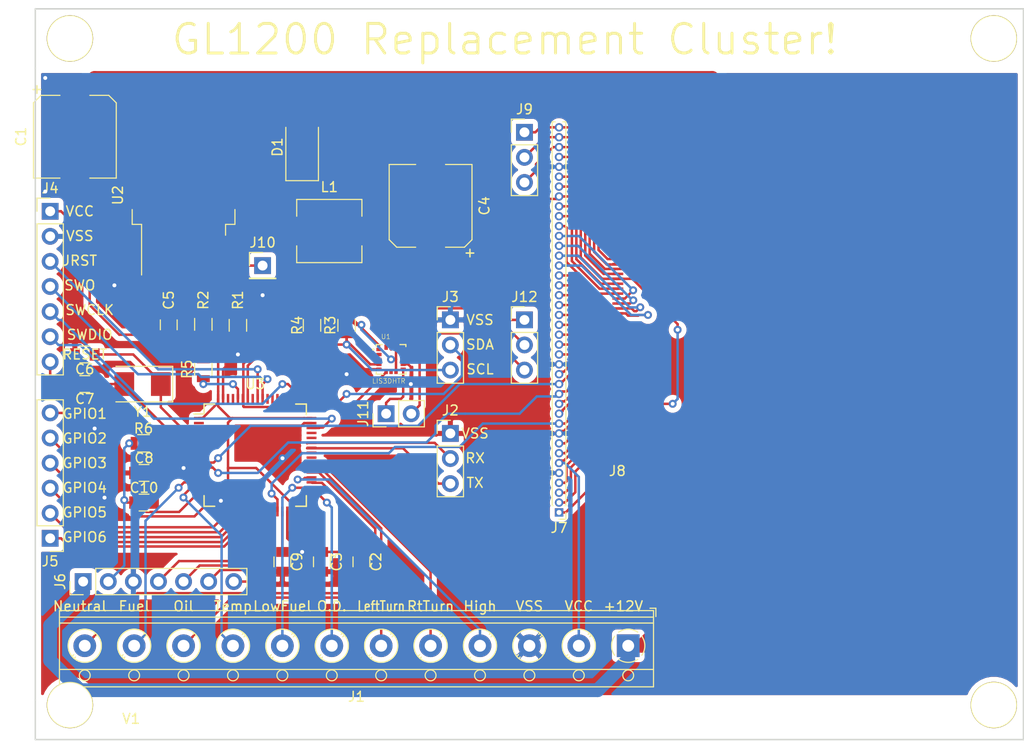
<source format=kicad_pcb>
(kicad_pcb (version 20171130) (host pcbnew 5.1.0)
  (layers (0 F.Cu signal) (31 B.Cu signal) (34 B.Paste user) (35 F.Paste user) (36 B.SilkS user) (37 F.SilkS user) (38 B.Mask user) (39 F.Mask user) (44 Edge.Cuts user))
  (net 0 "")
  (net 1 VSS)
  (net 2 +12V)
  (net 3 VCC)
  (net 4 "Net-(C5-Pad1)")
  (net 5 "Net-(C6-Pad1)")
  (net 6 "Net-(C7-Pad1)")
  (net 7 Reset)
  (net 8 "Net-(C9-Pad1)")
  (net 9 "Net-(C10-Pad2)")
  (net 10 HighBeam)
  (net 11 RightTurn)
  (net 12 LeftTurn)
  (net 13 OverDrive)
  (net 14 LowFuel)
  (net 15 Temp)
  (net 16 Oil)
  (net 17 Fuel)
  (net 18 Neutral)
  (net 19 TX)
  (net 20 RX)
  (net 21 SDA)
  (net 22 SCL)
  (net 23 JRST)
  (net 24 SWO)
  (net 25 SWCLK)
  (net 26 SWDIO)
  (net 27 GPIO6)
  (net 28 GPIO5)
  (net 29 GPIO4)
  (net 30 GPIO3)
  (net 31 GPIO2)
  (net 32 GPIO1)
  (net 33 "Net-(J7-Pad1)")
  (net 34 "Net-(J7-Pad2)")
  (net 35 "Net-(J7-Pad3)")
  (net 36 "Net-(J7-Pad4)")
  (net 37 "Net-(J7-Pad7)")
  (net 38 "Net-(J7-Pad8)")
  (net 39 SCK)
  (net 40 "Net-(J7-Pad11)")
  (net 41 "Net-(J7-Pad12)")
  (net 42 MOSI)
  (net 43 MISO)
  (net 44 "Net-(J7-Pad15)")
  (net 45 "Net-(J7-Pad17)")
  (net 46 "Net-(J7-Pad18)")
  (net 47 "Net-(J7-Pad19)")
  (net 48 "Net-(J7-Pad20)")
  (net 49 "Net-(J7-Pad21)")
  (net 50 "Net-(J7-Pad22)")
  (net 51 "Net-(J7-Pad23)")
  (net 52 "Net-(J7-Pad24)")
  (net 53 "Net-(J7-Pad25)")
  (net 54 "Net-(J7-Pad26)")
  (net 55 "Net-(J7-Pad27)")
  (net 56 "Net-(J7-Pad28)")
  (net 57 "Net-(J7-Pad29)")
  (net 58 "Net-(J7-Pad30)")
  (net 59 "Net-(J7-Pad31)")
  (net 60 "Net-(J7-Pad32)")
  (net 61 "Net-(J7-Pad34)")
  (net 62 "Net-(J7-Pad35)")
  (net 63 "Net-(J7-Pad37)")
  (net 64 "Net-(J7-Pad38)")
  (net 65 "Net-(J7-Pad39)")
  (net 66 "Net-(J7-Pad40)")
  (net 67 "Net-(J10-Pad1)")
  (net 68 "Net-(J11-Pad1)")
  (net 69 "Net-(J11-Pad2)")
  (net 70 "Net-(J12-Pad3)")
  (net 71 "Net-(J12-Pad2)")
  (net 72 "Net-(J12-Pad1)")
  (net 73 "Net-(D1-Pad1)")
  (net 74 "Net-(R5-Pad1)")
  (net 75 LightsOutAuxTwo)
  (net 76 LightsOutAux)
  (net 77 LightsOutBack)
  (net 78 LightsOutFront)
  (net 79 "Net-(U1-Pad7)")
  (net 80 "Net-(U3-Pad2)")
  (net 81 "Net-(U3-Pad3)")
  (net 82 "Net-(U3-Pad4)")
  (net 83 "Net-(U3-Pad28)")
  (net 84 "Net-(U3-Pad40)")
  (net 85 "Net-(U3-Pad41)")
  (net 86 "Net-(U3-Pad44)")
  (net 87 "Net-(U3-Pad45)")
  (net 88 "Net-(U3-Pad50)")
  (net 89 "Net-(U3-Pad51)")
  (net 90 "Net-(U3-Pad52)")
  (net 91 "Net-(U3-Pad53)")
  (net 92 "Net-(U3-Pad54)")
  (net 93 "Net-(U3-Pad57)")
  (net 94 "Net-(U3-Pad61)")
  (net 95 "Net-(U3-Pad62)")
  (net 96 "Net-(U3-Pad8)")
  (net 97 "Net-(U3-Pad9)")
  (module NFCBuisness:W (layer F.Cu) (at 235.7 133.6)
    (fp_text reference Ref** hide)
    (fp_text value Val** hide)
    (fp_poly (pts (xy -1.630587 -2.420899) (xy -1.447524 -2.328559) (xy -1.311592 -2.194757) (xy -1.304211 -2.183555) (xy -1.265704 -2.11344) (xy -1.244213 -2.038839) (xy -1.23774 -1.938094) (xy -1.244287 -1.789546) (xy -1.255088 -1.651) (xy -1.268682 -1.442824) (xy -1.279873 -1.184894) (xy -1.287394 -0.912114) (xy -1.289962 -0.690936) (xy -1.289221 -0.458958) (xy -1.284387 -0.294975) (xy -1.273305 -0.182336) (xy -1.25382 -0.10439) (xy -1.223775 -0.044488) (xy -1.202268 -0.013603) (xy -1.116398 0.071274) (xy -1.002822 0.111004) (xy -0.929984 0.119227) (xy -0.68211 0.100096) (xy -0.454281 0.00289) (xy -0.240656 -0.175182) (xy -0.185776 -0.236175) (xy -0.081108 -0.349759) (xy 0.009066 -0.431822) (xy 0.066141 -0.465547) (xy 0.068112 -0.465666) (xy 0.123755 -0.432548) (xy 0.197182 -0.348904) (xy 0.229505 -0.301607) (xy 0.376869 -0.110873) (xy 0.526913 0.003226) (xy 0.674284 0.03902) (xy 0.813631 -0.005163) (xy 0.907971 -0.089777) (xy 0.988653 -0.198585) (xy 1.058934 -0.326542) (xy 1.126082 -0.490779) (xy 1.197364 -0.708426) (xy 1.255985 -0.910166) (xy 1.31545 -1.12099) (xy 1.377683 -1.340443) (xy 1.431333 -1.528529) (xy 1.442246 -1.566558) (xy 1.521416 -1.84195) (xy 1.949565 -2.005418) (xy 2.167567 -2.084028) (xy 2.315998 -2.126297) (xy 2.401001 -2.133773) (xy 2.422145 -2.124455) (xy 2.452677 -2.065526) (xy 2.41974 -2.005855) (xy 2.317286 -1.940366) (xy 2.13927 -1.863979) (xy 2.089887 -1.8454) (xy 1.930263 -1.78316) (xy 1.799296 -1.726134) (xy 1.71927 -1.684217) (xy 1.708527 -1.676067) (xy 1.680315 -1.619963) (xy 1.636526 -1.498254) (xy 1.582553 -1.327363) (xy 1.52379 -1.123712) (xy 1.507251 -1.063196) (xy 1.396737 -0.68139) (xy 1.290651 -0.376432) (xy 1.184846 -0.140938) (xy 1.075173 0.032475) (xy 0.957485 0.15119) (xy 0.827635 0.222591) (xy 0.776069 0.238398) (xy 0.602379 0.241191) (xy 0.418574 0.174646) (xy 0.246259 0.047924) (xy 0.192569 -0.009056) (xy 0.041511 -0.185533) (xy -0.128458 -0.008645) (xy -0.312966 0.157866) (xy -0.496288 0.260737) (xy -0.709082 0.314778) (xy -0.823587 0.327186) (xy -0.981029 0.333485) (xy -1.090094 0.317957) (xy -1.185756 0.27362) (xy -1.227666 0.246552) (xy -1.355913 0.118677) (xy -1.447302 -0.068507) (xy -1.502345 -0.318683) (xy -1.521551 -0.635539) (xy -1.505431 -1.022758) (xy -1.460818 -1.436924) (xy -1.432055 -1.688127) (xy -1.424811 -1.871541) (xy -1.442863 -2.002167) (xy -1.489991 -2.095003) (xy -1.569973 -2.165049) (xy -1.656298 -2.212878) (xy -1.801342 -2.257899) (xy -1.939703 -2.239415) (xy -2.087459 -2.15265) (xy -2.203421 -2.05035) (xy -2.298884 -1.96489) (xy -2.361491 -1.934189) (xy -2.413708 -1.94891) (xy -2.426473 -1.957639) (xy -2.473927 -2.002339) (xy -2.467648 -2.051331) (xy -2.429475 -2.110518) (xy -2.32004 -2.223928) (xy -2.167499 -2.330713) (xy -2.002595 -2.413218) (xy -1.856072 -2.453788) (xy -1.829026 -2.455333) (xy -1.630587 -2.420899)) (layer F.Cu) (width 0.01))
  )
  (module Connectors:1pin (layer F.Cu) (at 147.5 138)
    (fp_text reference REF**)
    (fp_text value 1pin)
    (pad 1 thru_hole circle (at 0 0) (size 4.7 4.7) (drill 4.5) (layers *.Cu *.Mask))
  )
  (module Connectors:1pin (layer F.Cu) (at 241 138)
    (fp_text reference REF**)
    (fp_text value 1pin)
    (pad 1 thru_hole circle (at 0 0) (size 4.7 4.7) (drill 4.5) (layers *.Cu *.Mask))
  )
  (module Connectors:1pin (layer F.Cu) (at 241 70.5)
    (fp_text reference REF**)
    (fp_text value 1pin)
    (pad 1 thru_hole circle (at 0 0) (size 4.7 4.7) (drill 4.5) (layers *.Cu *.Mask))
  )
  (module Connectors:1pin (layer F.Cu) (at 147.5 70.5)
    (fp_text reference REF**)
    (fp_text value 1pin)
    (pad 1 thru_hole circle (at 0 0) (size 4.7 4.7) (drill 4.5) (layers *.Cu *.Mask))
  )
  (module Capacitors_SMD:CP_Elec_8x10.5 (layer F.Cu) (at 148 80.45 270)
    (fp_text reference C1 (at 0 5.45 270) (layer F.SilkS))
    (fp_text value 100uF)
    (fp_text user + (at -4.78 3.91 270) (layer F.SilkS))
    (pad 2 smd rect (at 3.05 0 90) (size 4 2.5) (layers F.Cu F.Paste F.Mask) (net 1 VSS))
    (pad 1 smd rect (at -3.05 0 90) (size 4 2.5) (layers F.Cu F.Paste F.Mask) (net 2 +12V))
  )
  (module Capacitors_SMD:C_0805 (layer F.Cu) (at 177 123.5 270)
    (fp_text reference C2 (at 0 -1.5 270) (layer F.SilkS))
    (fp_text value 10uF)
    (pad 2 smd rect (at 1 0 270) (size 1 1.25) (layers F.Cu F.Paste F.Mask) (net 1 VSS))
    (pad 1 smd rect (at -1 0 270) (size 1 1.25) (layers F.Cu F.Paste F.Mask) (net 3 VCC))
  )
  (module Capacitors_SMD:C_0805 (layer F.Cu) (at 173 123.5 270)
    (fp_text reference C3 (at 0 -1.5 270) (layer F.SilkS))
    (fp_text value 100nF)
    (pad 1 smd rect (at -1 0 270) (size 1 1.25) (layers F.Cu F.Paste F.Mask) (net 3 VCC))
    (pad 2 smd rect (at 1 0 270) (size 1 1.25) (layers F.Cu F.Paste F.Mask) (net 1 VSS))
  )
  (module Capacitors_SMD:CP_Elec_8x10.5 (layer F.Cu) (at 184 87.45 90)
    (fp_text reference C4 (at 0 5.45 90) (layer F.SilkS))
    (fp_text value 220uF)
    (fp_text user + (at -4.78 3.91 90) (layer F.SilkS))
    (pad 1 smd rect (at -3.05 0 270) (size 4 2.5) (layers F.Cu F.Paste F.Mask) (net 3 VCC))
    (pad 2 smd rect (at 3.05 0 270) (size 4 2.5) (layers F.Cu F.Paste F.Mask) (net 1 VSS))
  )
  (module Capacitors_SMD:C_0805 (layer F.Cu) (at 157.5 99.5 270)
    (fp_text reference C5 (at -2.5 0 270) (layer F.SilkS))
    (fp_text value 15nF)
    (pad 2 smd rect (at 1 0 270) (size 1 1.25) (layers F.Cu F.Paste F.Mask) (net 3 VCC))
    (pad 1 smd rect (at -1 0 270) (size 1 1.25) (layers F.Cu F.Paste F.Mask) (net 4 "Net-(C5-Pad1)"))
  )
  (module Capacitors_SMD:C_0805 (layer F.Cu) (at 149 102.5 180)
    (fp_text reference C6 (at 0 -1.5 180) (layer F.SilkS))
    (fp_text value 20pF)
    (pad 1 smd rect (at -1 0 180) (size 1 1.25) (layers F.Cu F.Paste F.Mask) (net 5 "Net-(C6-Pad1)"))
    (pad 2 smd rect (at 1 0 180) (size 1 1.25) (layers F.Cu F.Paste F.Mask) (net 1 VSS))
  )
  (module Capacitors_SMD:C_0805 (layer F.Cu) (at 149 105.5 180)
    (fp_text reference C7 (at 0 -1.5 180) (layer F.SilkS))
    (fp_text value 20pF)
    (pad 2 smd rect (at 1 0 180) (size 1 1.25) (layers F.Cu F.Paste F.Mask) (net 1 VSS))
    (pad 1 smd rect (at -1 0 180) (size 1 1.25) (layers F.Cu F.Paste F.Mask) (net 6 "Net-(C7-Pad1)"))
  )
  (module Capacitors_SMD:C_0805 (layer F.Cu) (at 155 114.5 180)
    (fp_text reference C8 (at 0 1.5 180) (layer F.SilkS))
    (fp_text value 100nF)
    (pad 1 smd rect (at -1 0 180) (size 1 1.25) (layers F.Cu F.Paste F.Mask) (net 7 Reset))
    (pad 2 smd rect (at 1 0 180) (size 1 1.25) (layers F.Cu F.Paste F.Mask) (net 1 VSS))
  )
  (module Capacitors_SMD:C_0805 (layer F.Cu) (at 169 123.5 270)
    (fp_text reference C9 (at 0 -1.5 270) (layer F.SilkS))
    (fp_text value 4.7uF)
    (pad 2 smd rect (at 1 0 270) (size 1 1.25) (layers F.Cu F.Paste F.Mask) (net 1 VSS))
    (pad 1 smd rect (at -1 0 270) (size 1 1.25) (layers F.Cu F.Paste F.Mask) (net 8 "Net-(C9-Pad1)"))
  )
  (module Capacitors_SMD:C_0805 (layer F.Cu) (at 155 117.5)
    (fp_text reference C10 (at 0 -1.5) (layer F.SilkS))
    (fp_text value 100nF)
    (pad 1 smd rect (at -1 0) (size 1 1.25) (layers F.Cu F.Paste F.Mask) (net 3 VCC))
    (pad 2 smd rect (at 1 0) (size 1 1.25) (layers F.Cu F.Paste F.Mask) (net 9 "Net-(C10-Pad2)"))
  )
  (module TerminalBlock_RND:TerminalBlock_RND_205-00022_Pitch5.00mm (layer F.Cu) (at 204 132 180)
    (fp_text reference J1 (at 27.5 -5.16 180) (layer F.SilkS))
    (fp_text value FairingConnector)
    (pad 1 thru_hole rect (at 0 0 180) (size 2.3 2.3) (drill 1.2) (layers *.Cu *.Mask) (net 2 +12V))
    (pad 2 thru_hole circle (at 5 0 180) (size 2.3 2.3) (drill 1.2) (layers *.Cu *.Mask) (net 3 VCC))
    (pad 3 thru_hole circle (at 10 0 180) (size 2.3 2.3) (drill 1.2) (layers *.Cu *.Mask) (net 1 VSS))
    (pad 4 thru_hole circle (at 15 0 180) (size 2.3 2.3) (drill 1.2) (layers *.Cu *.Mask) (net 10 HighBeam))
    (pad 5 thru_hole circle (at 20 0 180) (size 2.3 2.3) (drill 1.2) (layers *.Cu *.Mask) (net 11 RightTurn))
    (pad 6 thru_hole circle (at 25 0 180) (size 2.3 2.3) (drill 1.2) (layers *.Cu *.Mask) (net 12 LeftTurn))
    (pad 7 thru_hole circle (at 30 0 180) (size 2.3 2.3) (drill 1.2) (layers *.Cu *.Mask) (net 13 OverDrive))
    (pad 8 thru_hole circle (at 35 0 180) (size 2.3 2.3) (drill 1.2) (layers *.Cu *.Mask) (net 14 LowFuel))
    (pad 9 thru_hole circle (at 40 0 180) (size 2.3 2.3) (drill 1.2) (layers *.Cu *.Mask) (net 15 Temp))
    (pad 10 thru_hole circle (at 45 0 180) (size 2.3 2.3) (drill 1.2) (layers *.Cu *.Mask) (net 16 Oil))
    (pad 11 thru_hole circle (at 50 0 180) (size 2.3 2.3) (drill 1.2) (layers *.Cu *.Mask) (net 17 Fuel))
    (pad 12 thru_hole circle (at 55 0 180) (size 2.3 2.3) (drill 1.2) (layers *.Cu *.Mask) (net 18 Neutral))
  )
  (module Pin_Headers:Pin_Header_Straight_1x03_Pitch2.54mm (layer F.Cu) (at 186 110.5)
    (fp_text reference J2 (at 0 -2.33) (layer F.SilkS))
    (fp_text value Serial)
    (pad 3 thru_hole oval (at 0 5.08) (size 1.7 1.7) (drill 1) (layers *.Cu *.Mask) (net 19 TX))
    (pad 2 thru_hole oval (at 0 2.54) (size 1.7 1.7) (drill 1) (layers *.Cu *.Mask) (net 20 RX))
    (pad 1 thru_hole rect (at 0 0) (size 1.7 1.7) (drill 1) (layers *.Cu *.Mask) (net 1 VSS))
  )
  (module Pin_Headers:Pin_Header_Straight_1x03_Pitch2.54mm (layer F.Cu) (at 186 99)
    (fp_text reference J3 (at 0 -2.33) (layer F.SilkS))
    (fp_text value i2c)
    (pad 1 thru_hole rect (at 0 0) (size 1.7 1.7) (drill 1) (layers *.Cu *.Mask) (net 1 VSS))
    (pad 2 thru_hole oval (at 0 2.54) (size 1.7 1.7) (drill 1) (layers *.Cu *.Mask) (net 21 SDA))
    (pad 3 thru_hole oval (at 0 5.08) (size 1.7 1.7) (drill 1) (layers *.Cu *.Mask) (net 22 SCL))
  )
  (module Pin_Headers:Pin_Header_Straight_1x07_Pitch2.54mm (layer F.Cu) (at 145.5 88)
    (fp_text reference J4 (at 0 -2.33) (layer F.SilkS))
    (fp_text value Programming)
    (pad 1 thru_hole rect (at 0 0) (size 1.7 1.7) (drill 1) (layers *.Cu *.Mask) (net 3 VCC))
    (pad 2 thru_hole oval (at 0 2.54) (size 1.7 1.7) (drill 1) (layers *.Cu *.Mask) (net 1 VSS))
    (pad 3 thru_hole oval (at 0 5.08) (size 1.7 1.7) (drill 1) (layers *.Cu *.Mask) (net 23 JRST))
    (pad 4 thru_hole oval (at 0 7.62) (size 1.7 1.7) (drill 1) (layers *.Cu *.Mask) (net 24 SWO))
    (pad 5 thru_hole oval (at 0 10.16) (size 1.7 1.7) (drill 1) (layers *.Cu *.Mask) (net 25 SWCLK))
    (pad 6 thru_hole oval (at 0 12.7) (size 1.7 1.7) (drill 1) (layers *.Cu *.Mask) (net 26 SWDIO))
    (pad 7 thru_hole oval (at 0 15.24) (size 1.7 1.7) (drill 1) (layers *.Cu *.Mask) (net 7 Reset))
  )
  (module Pin_Headers:Pin_Header_Straight_1x06_Pitch2.54mm (layer F.Cu) (at 145.5 121.12 180)
    (fp_text reference J5 (at 0 -2.33 180) (layer F.SilkS))
    (fp_text value GPIO)
    (pad 1 thru_hole rect (at 0 0 180) (size 1.7 1.7) (drill 1) (layers *.Cu *.Mask) (net 27 GPIO6))
    (pad 2 thru_hole oval (at 0 2.54 180) (size 1.7 1.7) (drill 1) (layers *.Cu *.Mask) (net 28 GPIO5))
    (pad 3 thru_hole oval (at 0 5.08 180) (size 1.7 1.7) (drill 1) (layers *.Cu *.Mask) (net 29 GPIO4))
    (pad 4 thru_hole oval (at 0 7.62 180) (size 1.7 1.7) (drill 1) (layers *.Cu *.Mask) (net 30 GPIO3))
    (pad 5 thru_hole oval (at 0 10.16 180) (size 1.7 1.7) (drill 1) (layers *.Cu *.Mask) (net 31 GPIO2))
    (pad 6 thru_hole oval (at 0 12.7 180) (size 1.7 1.7) (drill 1) (layers *.Cu *.Mask) (net 32 GPIO1))
  )
  (module Pin_Headers:Pin_Header_Straight_1x40_Pitch1.00mm (layer F.Cu) (at 197 118.5 180)
    (fp_text reference J7 (at 0 -1.56 180) (layer F.SilkS))
    (fp_text value Conn_01x40)
    (pad 1 thru_hole rect (at 0 0 180) (size 0.85 0.85) (drill 0.5) (layers *.Cu *.Mask) (net 33 "Net-(J7-Pad1)"))
    (pad 2 thru_hole oval (at 0 1 180) (size 0.85 0.85) (drill 0.5) (layers *.Cu *.Mask) (net 34 "Net-(J7-Pad2)"))
    (pad 3 thru_hole oval (at 0 2 180) (size 0.85 0.85) (drill 0.5) (layers *.Cu *.Mask) (net 35 "Net-(J7-Pad3)"))
    (pad 4 thru_hole oval (at 0 3 180) (size 0.85 0.85) (drill 0.5) (layers *.Cu *.Mask) (net 36 "Net-(J7-Pad4)"))
    (pad 5 thru_hole oval (at 0 4 180) (size 0.85 0.85) (drill 0.5) (layers *.Cu *.Mask) (net 1 VSS))
    (pad 6 thru_hole oval (at 0 5 180) (size 0.85 0.85) (drill 0.5) (layers *.Cu *.Mask) (net 3 VCC))
    (pad 7 thru_hole oval (at 0 6 180) (size 0.85 0.85) (drill 0.5) (layers *.Cu *.Mask) (net 37 "Net-(J7-Pad7)"))
    (pad 8 thru_hole oval (at 0 7 180) (size 0.85 0.85) (drill 0.5) (layers *.Cu *.Mask) (net 38 "Net-(J7-Pad8)"))
    (pad 9 thru_hole oval (at 0 8 180) (size 0.85 0.85) (drill 0.5) (layers *.Cu *.Mask) (net 1 VSS))
    (pad 10 thru_hole oval (at 0 9 180) (size 0.85 0.85) (drill 0.5) (layers *.Cu *.Mask) (net 39 SCK))
    (pad 11 thru_hole oval (at 0 10 180) (size 0.85 0.85) (drill 0.5) (layers *.Cu *.Mask) (net 40 "Net-(J7-Pad11)"))
    (pad 12 thru_hole oval (at 0 11 180) (size 0.85 0.85) (drill 0.5) (layers *.Cu *.Mask) (net 41 "Net-(J7-Pad12)"))
    (pad 13 thru_hole oval (at 0 12 180) (size 0.85 0.85) (drill 0.5) (layers *.Cu *.Mask) (net 42 MOSI))
    (pad 14 thru_hole oval (at 0 13 180) (size 0.85 0.85) (drill 0.5) (layers *.Cu *.Mask) (net 43 MISO))
    (pad 15 thru_hole oval (at 0 14 180) (size 0.85 0.85) (drill 0.5) (layers *.Cu *.Mask) (net 44 "Net-(J7-Pad15)"))
    (pad 16 thru_hole oval (at 0 15 180) (size 0.85 0.85) (drill 0.5) (layers *.Cu *.Mask) (net 1 VSS))
    (pad 17 thru_hole oval (at 0 16 180) (size 0.85 0.85) (drill 0.5) (layers *.Cu *.Mask) (net 45 "Net-(J7-Pad17)"))
    (pad 18 thru_hole oval (at 0 17 180) (size 0.85 0.85) (drill 0.5) (layers *.Cu *.Mask) (net 46 "Net-(J7-Pad18)"))
    (pad 19 thru_hole oval (at 0 18 180) (size 0.85 0.85) (drill 0.5) (layers *.Cu *.Mask) (net 47 "Net-(J7-Pad19)"))
    (pad 20 thru_hole oval (at 0 19 180) (size 0.85 0.85) (drill 0.5) (layers *.Cu *.Mask) (net 48 "Net-(J7-Pad20)"))
    (pad 21 thru_hole oval (at 0 20 180) (size 0.85 0.85) (drill 0.5) (layers *.Cu *.Mask) (net 49 "Net-(J7-Pad21)"))
    (pad 22 thru_hole oval (at 0 21 180) (size 0.85 0.85) (drill 0.5) (layers *.Cu *.Mask) (net 50 "Net-(J7-Pad22)"))
    (pad 23 thru_hole oval (at 0 22 180) (size 0.85 0.85) (drill 0.5) (layers *.Cu *.Mask) (net 51 "Net-(J7-Pad23)"))
    (pad 24 thru_hole oval (at 0 23 180) (size 0.85 0.85) (drill 0.5) (layers *.Cu *.Mask) (net 52 "Net-(J7-Pad24)"))
    (pad 25 thru_hole oval (at 0 24 180) (size 0.85 0.85) (drill 0.5) (layers *.Cu *.Mask) (net 53 "Net-(J7-Pad25)"))
    (pad 26 thru_hole oval (at 0 25 180) (size 0.85 0.85) (drill 0.5) (layers *.Cu *.Mask) (net 54 "Net-(J7-Pad26)"))
    (pad 27 thru_hole oval (at 0 26 180) (size 0.85 0.85) (drill 0.5) (layers *.Cu *.Mask) (net 55 "Net-(J7-Pad27)"))
    (pad 28 thru_hole oval (at 0 27 180) (size 0.85 0.85) (drill 0.5) (layers *.Cu *.Mask) (net 56 "Net-(J7-Pad28)"))
    (pad 29 thru_hole oval (at 0 28 180) (size 0.85 0.85) (drill 0.5) (layers *.Cu *.Mask) (net 57 "Net-(J7-Pad29)"))
    (pad 30 thru_hole oval (at 0 29 180) (size 0.85 0.85) (drill 0.5) (layers *.Cu *.Mask) (net 58 "Net-(J7-Pad30)"))
    (pad 31 thru_hole oval (at 0 30 180) (size 0.85 0.85) (drill 0.5) (layers *.Cu *.Mask) (net 59 "Net-(J7-Pad31)"))
    (pad 32 thru_hole oval (at 0 31 180) (size 0.85 0.85) (drill 0.5) (layers *.Cu *.Mask) (net 60 "Net-(J7-Pad32)"))
    (pad 33 thru_hole oval (at 0 32 180) (size 0.85 0.85) (drill 0.5) (layers *.Cu *.Mask) (net 3 VCC))
    (pad 34 thru_hole oval (at 0 33 180) (size 0.85 0.85) (drill 0.5) (layers *.Cu *.Mask) (net 61 "Net-(J7-Pad34)"))
    (pad 35 thru_hole oval (at 0 34 180) (size 0.85 0.85) (drill 0.5) (layers *.Cu *.Mask) (net 62 "Net-(J7-Pad35)"))
    (pad 36 thru_hole oval (at 0 35 180) (size 0.85 0.85) (drill 0.5) (layers *.Cu *.Mask) (net 1 VSS))
    (pad 37 thru_hole oval (at 0 36 180) (size 0.85 0.85) (drill 0.5) (layers *.Cu *.Mask) (net 63 "Net-(J7-Pad37)"))
    (pad 38 thru_hole oval (at 0 37 180) (size 0.85 0.85) (drill 0.5) (layers *.Cu *.Mask) (net 64 "Net-(J7-Pad38)"))
    (pad 39 thru_hole oval (at 0 38 180) (size 0.85 0.85) (drill 0.5) (layers *.Cu *.Mask) (net 65 "Net-(J7-Pad39)"))
    (pad 40 thru_hole oval (at 0 39 180) (size 0.85 0.85) (drill 0.5) (layers *.Cu *.Mask) (net 66 "Net-(J7-Pad40)"))
  )
  (module Connectors:XF2M (layer F.Cu) (at 203.5 101.1)
    (fp_text reference J8 (at -0.6 13.2) (layer F.SilkS))
    (fp_text value Conn_01x40)
    (pad 1 smd rect (at -0.55 9.74) (size 1.1 0.25) (layers F.Cu F.Paste F.Mask) (net 33 "Net-(J7-Pad1)"))
    (pad 2 smd rect (at -0.55 9.24) (size 1.1 0.25) (layers F.Cu F.Paste F.Mask) (net 34 "Net-(J7-Pad2)"))
    (pad 3 smd rect (at -0.55 8.74) (size 1.1 0.25) (layers F.Cu F.Paste F.Mask) (net 35 "Net-(J7-Pad3)"))
    (pad 4 smd rect (at -0.55 8.24) (size 1.1 0.25) (layers F.Cu F.Paste F.Mask) (net 36 "Net-(J7-Pad4)"))
    (pad 5 smd rect (at -0.55 7.74) (size 1.1 0.25) (layers F.Cu F.Paste F.Mask) (net 1 VSS))
    (pad 6 smd rect (at -0.55 7.24) (size 1.1 0.25) (layers F.Cu F.Paste F.Mask) (net 3 VCC))
    (pad 7 smd rect (at -0.55 6.74) (size 1.1 0.25) (layers F.Cu F.Paste F.Mask) (net 37 "Net-(J7-Pad7)"))
    (pad 8 smd rect (at -0.55 6.24) (size 1.1 0.25) (layers F.Cu F.Paste F.Mask) (net 38 "Net-(J7-Pad8)"))
    (pad 9 smd rect (at -0.55 5.74) (size 1.1 0.25) (layers F.Cu F.Paste F.Mask) (net 1 VSS))
    (pad 10 smd rect (at -0.55 5.24) (size 1.1 0.25) (layers F.Cu F.Paste F.Mask) (net 39 SCK))
    (pad 11 smd rect (at -0.55 4.74) (size 1.1 0.25) (layers F.Cu F.Paste F.Mask) (net 40 "Net-(J7-Pad11)"))
    (pad 12 smd rect (at -0.55 4.24) (size 1.1 0.25) (layers F.Cu F.Paste F.Mask) (net 41 "Net-(J7-Pad12)"))
    (pad 13 smd rect (at -0.55 3.74) (size 1.1 0.25) (layers F.Cu F.Paste F.Mask) (net 42 MOSI))
    (pad 14 smd rect (at -0.55 3.24) (size 1.1 0.25) (layers F.Cu F.Paste F.Mask) (net 43 MISO))
    (pad 15 smd rect (at -0.55 2.74) (size 1.1 0.25) (layers F.Cu F.Paste F.Mask) (net 44 "Net-(J7-Pad15)"))
    (pad 16 smd rect (at -0.55 2.24) (size 1.1 0.25) (layers F.Cu F.Paste F.Mask) (net 1 VSS))
    (pad 17 smd rect (at -0.55 1.74) (size 1.1 0.25) (layers F.Cu F.Paste F.Mask) (net 45 "Net-(J7-Pad17)"))
    (pad 18 smd rect (at -0.55 1.24) (size 1.1 0.25) (layers F.Cu F.Paste F.Mask) (net 46 "Net-(J7-Pad18)"))
    (pad 19 smd rect (at -0.55 0.74) (size 1.1 0.25) (layers F.Cu F.Paste F.Mask) (net 47 "Net-(J7-Pad19)"))
    (pad 20 smd rect (at -0.55 0.24) (size 1.1 0.25) (layers F.Cu F.Paste F.Mask) (net 48 "Net-(J7-Pad20)"))
    (pad 21 smd rect (at -0.55 -0.26) (size 1.1 0.25) (layers F.Cu F.Paste F.Mask) (net 49 "Net-(J7-Pad21)"))
    (pad 22 smd rect (at -0.55 -0.76) (size 1.1 0.25) (layers F.Cu F.Paste F.Mask) (net 50 "Net-(J7-Pad22)"))
    (pad 23 smd rect (at -0.55 -1.26) (size 1.1 0.25) (layers F.Cu F.Paste F.Mask) (net 51 "Net-(J7-Pad23)"))
    (pad 24 smd rect (at -0.55 -1.76) (size 1.1 0.25) (layers F.Cu F.Paste F.Mask) (net 52 "Net-(J7-Pad24)"))
    (pad 25 smd rect (at -0.55 -2.26) (size 1.1 0.25) (layers F.Cu F.Paste F.Mask) (net 53 "Net-(J7-Pad25)"))
    (pad 26 smd rect (at -0.55 -2.76) (size 1.1 0.25) (layers F.Cu F.Paste F.Mask) (net 54 "Net-(J7-Pad26)"))
    (pad 27 smd rect (at -0.55 -3.26) (size 1.1 0.25) (layers F.Cu F.Paste F.Mask) (net 55 "Net-(J7-Pad27)"))
    (pad 28 smd rect (at -0.55 -3.76) (size 1.1 0.25) (layers F.Cu F.Paste F.Mask) (net 56 "Net-(J7-Pad28)"))
    (pad 29 smd rect (at -0.55 -4.26) (size 1.1 0.25) (layers F.Cu F.Paste F.Mask) (net 57 "Net-(J7-Pad29)"))
    (pad 30 smd rect (at -0.55 -4.76) (size 1.1 0.25) (layers F.Cu F.Paste F.Mask) (net 58 "Net-(J7-Pad30)"))
    (pad 31 smd rect (at -0.55 -5.26) (size 1.1 0.25) (layers F.Cu F.Paste F.Mask) (net 59 "Net-(J7-Pad31)"))
    (pad 32 smd rect (at -0.55 -5.76) (size 1.1 0.25) (layers F.Cu F.Paste F.Mask) (net 60 "Net-(J7-Pad32)"))
    (pad 33 smd rect (at -0.55 -6.26) (size 1.1 0.25) (layers F.Cu F.Paste F.Mask) (net 3 VCC))
    (pad 34 smd rect (at -0.55 -6.76) (size 1.1 0.25) (layers F.Cu F.Paste F.Mask) (net 61 "Net-(J7-Pad34)"))
    (pad 35 smd rect (at -0.55 -7.26) (size 1.1 0.25) (layers F.Cu F.Paste F.Mask) (net 62 "Net-(J7-Pad35)"))
    (pad 36 smd rect (at -0.55 -7.76) (size 1.1 0.25) (layers F.Cu F.Paste F.Mask) (net 1 VSS))
    (pad 37 smd rect (at -0.55 -8.26) (size 1.1 0.25) (layers F.Cu F.Paste F.Mask) (net 63 "Net-(J7-Pad37)"))
    (pad 38 smd rect (at -0.55 -8.76) (size 1.1 0.25) (layers F.Cu F.Paste F.Mask) (net 64 "Net-(J7-Pad38)"))
    (pad 39 smd rect (at -0.55 -9.26) (size 1.1 0.25) (layers F.Cu F.Paste F.Mask) (net 65 "Net-(J7-Pad39)"))
    (pad 40 smd rect (at -0.55 -9.76) (size 1.1 0.25) (layers F.Cu F.Paste F.Mask) (net 66 "Net-(J7-Pad40)"))
    (pad 41 smd rect (at 3.35 11.4) (size 1.5 1.7) (layers F.Cu F.Paste F.Mask))
    (pad 42 smd rect (at 3.35 -11.4) (size 1.5 1.7) (layers F.Cu F.Paste F.Mask))
  )
  (module Pin_Headers:Pin_Header_Straight_1x03_Pitch2.54mm (layer F.Cu) (at 193.5 80)
    (fp_text reference J9 (at 0 -2.33) (layer F.SilkS))
    (fp_text value Conn_01x03)
    (pad 1 thru_hole rect (at 0 0) (size 1.7 1.7) (drill 1) (layers *.Cu *.Mask) (net 66 "Net-(J7-Pad40)"))
    (pad 2 thru_hole oval (at 0 2.54) (size 1.7 1.7) (drill 1) (layers *.Cu *.Mask) (net 65 "Net-(J7-Pad39)"))
    (pad 3 thru_hole oval (at 0 5.08) (size 1.7 1.7) (drill 1) (layers *.Cu *.Mask) (net 64 "Net-(J7-Pad38)"))
  )
  (module Pin_Headers:Pin_Header_Straight_1x01_Pitch2.54mm (layer F.Cu) (at 167 93.5)
    (fp_text reference J10 (at 0 -2.33) (layer F.SilkS))
    (fp_text value PowerReg)
    (pad 1 thru_hole rect (at 0 0) (size 1.7 1.7) (drill 1) (layers *.Cu *.Mask) (net 67 "Net-(J10-Pad1)"))
  )
  (module Pin_Headers:Pin_Header_Straight_1x02_Pitch2.54mm (layer F.Cu) (at 179.5 108.5 90)
    (fp_text reference J11 (at 0 -2.33 90) (layer F.SilkS))
    (fp_text value Conn_01x02)
    (pad 1 thru_hole rect (at 0 0 90) (size 1.7 1.7) (drill 1) (layers *.Cu *.Mask) (net 68 "Net-(J11-Pad1)"))
    (pad 2 thru_hole oval (at 0 2.54 90) (size 1.7 1.7) (drill 1) (layers *.Cu *.Mask) (net 69 "Net-(J11-Pad2)"))
  )
  (module Pin_Headers:Pin_Header_Straight_1x03_Pitch2.54mm (layer F.Cu) (at 193.5 99)
    (fp_text reference J12 (at 0 -2.33) (layer F.SilkS))
    (fp_text value Conn_01x03)
    (pad 3 thru_hole oval (at 0 5.08) (size 1.7 1.7) (drill 1) (layers *.Cu *.Mask) (net 70 "Net-(J12-Pad3)"))
    (pad 2 thru_hole oval (at 0 2.54) (size 1.7 1.7) (drill 1) (layers *.Cu *.Mask) (net 71 "Net-(J12-Pad2)"))
    (pad 1 thru_hole rect (at 0 0) (size 1.7 1.7) (drill 1) (layers *.Cu *.Mask) (net 72 "Net-(J12-Pad1)"))
  )
  (module Inductors_SMD:L_6.3x6.3_H3 (layer F.Cu) (at 173.75 90)
    (fp_text reference L1 (at 0 -4.45) (layer F.SilkS))
    (fp_text value 33uH)
    (pad 1 smd rect (at -2.75 0) (size 1.5 2.4) (layers F.Cu F.Paste F.Mask) (net 73 "Net-(D1-Pad1)"))
    (pad 2 smd rect (at 2.75 0) (size 1.5 2.4) (layers F.Cu F.Paste F.Mask) (net 3 VCC))
  )
  (module Resistors_SMD:R_0805 (layer F.Cu) (at 164.5 99.55 270)
    (fp_text reference R1 (at -2.55 0 270) (layer F.SilkS))
    (fp_text value 3.5k)
    (pad 2 smd rect (at 0.95 0 270) (size 0.7 1.3) (layers F.Cu F.Paste F.Mask) (net 3 VCC))
    (pad 1 smd rect (at -0.95 0 270) (size 0.7 1.3) (layers F.Cu F.Paste F.Mask) (net 4 "Net-(C5-Pad1)"))
  )
  (module Resistors_SMD:R_0805 (layer F.Cu) (at 161 99.45 90)
    (fp_text reference R2 (at 2.45 0 90) (layer F.SilkS))
    (fp_text value 2k)
    (pad 1 smd rect (at -0.95 0 90) (size 0.7 1.3) (layers F.Cu F.Paste F.Mask) (net 1 VSS))
    (pad 2 smd rect (at 0.95 0 90) (size 0.7 1.3) (layers F.Cu F.Paste F.Mask) (net 4 "Net-(C5-Pad1)"))
  )
  (module Resistors_SMD:R_0805 (layer F.Cu) (at 175.5 99.55 90)
    (fp_text reference R3 (at 0 -1.65 90) (layer F.SilkS))
    (fp_text value 10k)
    (pad 2 smd rect (at 0.95 0 90) (size 0.7 1.3) (layers F.Cu F.Paste F.Mask) (net 3 VCC))
    (pad 1 smd rect (at -0.95 0 90) (size 0.7 1.3) (layers F.Cu F.Paste F.Mask) (net 22 SCL))
  )
  (module Resistors_SMD:R_0805 (layer F.Cu) (at 172 99.55 270)
    (fp_text reference R4 (at 0 1.5 270) (layer F.SilkS))
    (fp_text value 10k)
    (pad 1 smd rect (at -0.95 0 270) (size 0.7 1.3) (layers F.Cu F.Paste F.Mask) (net 3 VCC))
    (pad 2 smd rect (at 0.95 0 270) (size 0.7 1.3) (layers F.Cu F.Paste F.Mask) (net 21 SDA))
  )
  (module Resistors_SMD:R_0805 (layer F.Cu) (at 161 104 90)
    (fp_text reference R5 (at 0 -1.65 90) (layer F.SilkS))
    (fp_text value 100k)
    (pad 1 smd rect (at -0.95 0 90) (size 0.7 1.3) (layers F.Cu F.Paste F.Mask) (net 74 "Net-(R5-Pad1)"))
    (pad 2 smd rect (at 0.95 0 90) (size 0.7 1.3) (layers F.Cu F.Paste F.Mask) (net 1 VSS))
  )
  (module Resistors_SMD:R_0805 (layer F.Cu) (at 154.95 111.5 180)
    (fp_text reference R6 (at 0 1.5 180) (layer F.SilkS))
    (fp_text value 100k)
    (pad 2 smd rect (at 0.95 0 180) (size 0.7 1.3) (layers F.Cu F.Paste F.Mask) (net 3 VCC))
    (pad 1 smd rect (at -0.95 0 180) (size 0.7 1.3) (layers F.Cu F.Paste F.Mask) (net 7 Reset))
  )
  (module Crystals:Crystal_SMD_5032-2pin_5.0x3.2mm (layer F.Cu) (at 154.85 105.5 180)
    (fp_text reference Y1 (at 0 -2.8 180) (layer F.SilkS))
    (fp_text value 8MHz)
    (pad 1 smd rect (at -1.85 0 180) (size 2 2.4) (layers F.Cu F.Paste F.Mask) (net 5 "Net-(C6-Pad1)"))
    (pad 2 smd rect (at 1.85 0 180) (size 2 2.4) (layers F.Cu F.Paste F.Mask) (net 6 "Net-(C7-Pad1)"))
  )
  (module Pin_Headers:Pin_Header_Straight_1x07_Pitch2.54mm (layer F.Cu) (at 148.84 125.5 90)
    (fp_text reference J6 (at 0 -2.33 90) (layer F.SilkS))
    (fp_text value Conn_01x07)
    (pad 1 thru_hole rect (at 0 0 90) (size 1.7 1.7) (drill 1) (layers *.Cu *.Mask) (net 2 +12V))
    (pad 2 thru_hole oval (at 0 2.54 90) (size 1.7 1.7) (drill 1) (layers *.Cu *.Mask) (net 3 VCC))
    (pad 3 thru_hole oval (at 0 5.08 90) (size 1.7 1.7) (drill 1) (layers *.Cu *.Mask) (net 1 VSS))
    (pad 4 thru_hole oval (at 0 7.62 90) (size 1.7 1.7) (drill 1) (layers *.Cu *.Mask) (net 75 LightsOutAuxTwo))
    (pad 5 thru_hole oval (at 0 10.16 90) (size 1.7 1.7) (drill 1) (layers *.Cu *.Mask) (net 76 LightsOutAux))
    (pad 6 thru_hole oval (at 0 12.7 90) (size 1.7 1.7) (drill 1) (layers *.Cu *.Mask) (net 77 LightsOutBack))
    (pad 7 thru_hole oval (at 0 15.24 90) (size 1.7 1.7) (drill 1) (layers *.Cu *.Mask) (net 78 LightsOutFront))
  )
  (module Diodes_SMD:D_SMA (layer F.Cu) (at 171 81.5 90)
    (fp_text reference D1 (at 0 -2.5 90) (layer F.SilkS))
    (fp_text value 1N5822)
    (pad 1 smd rect (at -2 0 90) (size 2.5 1.8) (layers F.Cu F.Paste F.Mask) (net 73 "Net-(D1-Pad1)"))
    (pad 2 smd rect (at 2 0 90) (size 2.5 1.8) (layers F.Cu F.Paste F.Mask) (net 1 VSS))
  )
  (module LIS3DHTR:LGA16R50P5X3_300X300X100N (layer F.Cu) (at 180 103)
    (fp_text reference U1 (at -0.531088 -2.30607) (layer F.SilkS) (effects (font (size 0.480265 0.480265) (thickness 0.05))))
    (fp_text value LIS3DHTR (at -0.226255 2.19771) (layer F.SilkS) (effects (font (size 0.48055 0.48055) (thickness 0.05))))
    (pad 6 smd rect (at -0.5 1.225 90) (size 0.52 0.35) (layers F.Cu F.Paste F.Mask) (net 21 SDA))
    (pad 7 smd rect (at 0 1.225 90) (size 0.52 0.35) (layers F.Cu F.Paste F.Mask) (net 79 "Net-(U1-Pad7)"))
    (pad 8 smd rect (at 0.5 1.225 90) (size 0.52 0.35) (layers F.Cu F.Paste F.Mask) (net 3 VCC))
    (pad 9 smd rect (at 1.225 1) (size 0.52 0.35) (layers F.Cu F.Paste F.Mask) (net 68 "Net-(J11-Pad1)"))
    (pad 10 smd rect (at 1.225 0.5) (size 0.52 0.35) (layers F.Cu F.Paste F.Mask) (net 1 VSS))
    (pad 11 smd rect (at 1.225 0) (size 0.52 0.35) (layers F.Cu F.Paste F.Mask) (net 69 "Net-(J11-Pad2)"))
    (pad 12 smd rect (at 1.225 -0.5) (size 0.52 0.35) (layers F.Cu F.Paste F.Mask) (net 1 VSS))
    (pad 13 smd rect (at 1.225 -1) (size 0.52 0.35) (layers F.Cu F.Paste F.Mask) (net 70 "Net-(J12-Pad3)"))
    (pad 14 smd rect (at 0.5 -1.225 90) (size 0.52 0.35) (layers F.Cu F.Paste F.Mask) (net 3 VCC))
    (pad 15 smd rect (at 0 -1.225 90) (size 0.52 0.35) (layers F.Cu F.Paste F.Mask) (net 71 "Net-(J12-Pad2)"))
    (pad 16 smd rect (at -0.5 -1.225 90) (size 0.52 0.35) (layers F.Cu F.Paste F.Mask) (net 72 "Net-(J12-Pad1)"))
    (pad 1 smd rect (at -1.225 -1 180) (size 0.52 0.35) (layers F.Cu F.Paste F.Mask) (net 3 VCC))
    (pad 2 smd rect (at -1.225 -0.5 180) (size 0.52 0.35) (layers F.Cu F.Paste F.Mask))
    (pad 3 smd rect (at -1.225 0 180) (size 0.52 0.35) (layers F.Cu F.Paste F.Mask))
    (pad 4 smd rect (at -1.225 0.5 180) (size 0.52 0.35) (layers F.Cu F.Paste F.Mask) (net 22 SCL))
    (pad 5 smd rect (at -1.225 1 180) (size 0.52 0.35) (layers F.Cu F.Paste F.Mask) (net 1 VSS))
  )
  (module TO_SOT_Packages_SMD:TO-263-5_TabPin3 (layer F.Cu) (at 159 86.375 90)
    (fp_text reference U2 (at 0 -6.65 90) (layer F.SilkS))
    (fp_text value LM2596S-ADJ)
    (pad 1 smd rect (at -5.775 -3.4 90) (size 4.6 1.1) (layers F.Cu F.Paste F.Mask) (net 2 +12V))
    (pad 2 smd rect (at -5.775 -1.7 90) (size 4.6 1.1) (layers F.Cu F.Paste F.Mask) (net 73 "Net-(D1-Pad1)"))
    (pad 3 smd rect (at -5.775 0 90) (size 4.6 1.1) (layers F.Cu F.Paste F.Mask) (net 1 VSS))
    (pad 4 smd rect (at -5.775 1.7 90) (size 4.6 1.1) (layers F.Cu F.Paste F.Mask) (net 4 "Net-(C5-Pad1)"))
    (pad 5 smd rect (at -5.775 3.4 90) (size 4.6 1.1) (layers F.Cu F.Paste F.Mask) (net 67 "Net-(J10-Pad1)"))
    (pad 3 smd rect (at 3.375 0 90) (size 9.4 10.8) (layers F.Cu F.Mask) (net 1 VSS))
    (pad 3 smd rect (at 5.8 2.775 90) (size 4.55 5.25) (layers F.Cu F.Paste) (net 1 VSS))
    (pad 3 smd rect (at 0.95 -2.775 90) (size 4.55 5.25) (layers F.Cu F.Paste) (net 1 VSS))
    (pad 3 smd rect (at 5.8 -2.775 90) (size 4.55 5.25) (layers F.Cu F.Paste) (net 1 VSS))
    (pad 3 smd rect (at 0.95 2.775 90) (size 4.55 5.25) (layers F.Cu F.Paste) (net 1 VSS))
  )
  (module Housings_QFP:LQFP-64_10x10mm_Pitch0.5mm (layer F.Cu) (at 166.25 112.7)
    (fp_text reference U3 (at 0 -7.2) (layer F.SilkS))
    (fp_text value STM32F411RETx)
    (pad 1 smd rect (at -5.7 -3.75) (size 1 0.25) (layers F.Cu F.Paste F.Mask) (net 3 VCC))
    (pad 2 smd rect (at -5.7 -3.25) (size 1 0.25) (layers F.Cu F.Paste F.Mask) (net 80 "Net-(U3-Pad2)"))
    (pad 3 smd rect (at -5.7 -2.75) (size 1 0.25) (layers F.Cu F.Paste F.Mask) (net 81 "Net-(U3-Pad3)"))
    (pad 4 smd rect (at -5.7 -2.25) (size 1 0.25) (layers F.Cu F.Paste F.Mask) (net 82 "Net-(U3-Pad4)"))
    (pad 5 smd rect (at -5.7 -1.75) (size 1 0.25) (layers F.Cu F.Paste F.Mask) (net 5 "Net-(C6-Pad1)"))
    (pad 6 smd rect (at -5.7 -1.25) (size 1 0.25) (layers F.Cu F.Paste F.Mask) (net 6 "Net-(C7-Pad1)"))
    (pad 7 smd rect (at -5.7 -0.75) (size 1 0.25) (layers F.Cu F.Paste F.Mask) (net 7 Reset))
    (pad 8 smd rect (at -5.7 -0.25) (size 1 0.25) (layers F.Cu F.Paste F.Mask) (net 96 "Net-(U3-Pad8)"))
    (pad 9 smd rect (at -5.7 0.25) (size 1 0.25) (layers F.Cu F.Paste F.Mask) (net 97 "Net-(U3-Pad9)"))
    (pad 10 smd rect (at -5.7 0.75) (size 1 0.25) (layers F.Cu F.Paste F.Mask) (net 43 MISO))
    (pad 11 smd rect (at -5.7 1.25) (size 1 0.25) (layers F.Cu F.Paste F.Mask) (net 42 MOSI))
    (pad 12 smd rect (at -5.7 1.75) (size 1 0.25) (layers F.Cu F.Paste F.Mask) (net 1 VSS))
    (pad 13 smd rect (at -5.7 2.25) (size 1 0.25) (layers F.Cu F.Paste F.Mask) (net 9 "Net-(C10-Pad2)"))
    (pad 14 smd rect (at -5.7 2.75) (size 1 0.25) (layers F.Cu F.Paste F.Mask) (net 17 Fuel))
    (pad 15 smd rect (at -5.7 3.25) (size 1 0.25) (layers F.Cu F.Paste F.Mask) (net 15 Temp))
    (pad 16 smd rect (at -5.7 3.75) (size 1 0.25) (layers F.Cu F.Paste F.Mask) (net 32 GPIO1))
    (pad 17 smd rect (at -3.75 5.7 90) (size 1 0.25) (layers F.Cu F.Paste F.Mask) (net 31 GPIO2))
    (pad 18 smd rect (at -3.25 5.7 90) (size 1 0.25) (layers F.Cu F.Paste F.Mask) (net 1 VSS))
    (pad 19 smd rect (at -2.75 5.7 90) (size 1 0.25) (layers F.Cu F.Paste F.Mask) (net 3 VCC))
    (pad 20 smd rect (at -2.25 5.7 90) (size 1 0.25) (layers F.Cu F.Paste F.Mask) (net 30 GPIO3))
    (pad 21 smd rect (at -1.75 5.7 90) (size 1 0.25) (layers F.Cu F.Paste F.Mask) (net 29 GPIO4))
    (pad 22 smd rect (at -1.25 5.7 90) (size 1 0.25) (layers F.Cu F.Paste F.Mask) (net 28 GPIO5))
    (pad 23 smd rect (at -0.75 5.7 90) (size 1 0.25) (layers F.Cu F.Paste F.Mask) (net 27 GPIO6))
    (pad 24 smd rect (at -0.25 5.7 90) (size 1 0.25) (layers F.Cu F.Paste F.Mask) (net 75 LightsOutAuxTwo))
    (pad 25 smd rect (at 0.25 5.7 90) (size 1 0.25) (layers F.Cu F.Paste F.Mask) (net 76 LightsOutAux))
    (pad 26 smd rect (at 0.75 5.7 90) (size 1 0.25) (layers F.Cu F.Paste F.Mask) (net 77 LightsOutBack))
    (pad 27 smd rect (at 1.25 5.7 90) (size 1 0.25) (layers F.Cu F.Paste F.Mask) (net 78 LightsOutFront))
    (pad 28 smd rect (at 1.75 5.7 90) (size 1 0.25) (layers F.Cu F.Paste F.Mask) (net 83 "Net-(U3-Pad28)"))
    (pad 29 smd rect (at 2.25 5.7 90) (size 1 0.25) (layers F.Cu F.Paste F.Mask) (net 39 SCK))
    (pad 30 smd rect (at 2.75 5.7 90) (size 1 0.25) (layers F.Cu F.Paste F.Mask) (net 8 "Net-(C9-Pad1)"))
    (pad 31 smd rect (at 3.25 5.7 90) (size 1 0.25) (layers F.Cu F.Paste F.Mask) (net 1 VSS))
    (pad 32 smd rect (at 3.75 5.7 90) (size 1 0.25) (layers F.Cu F.Paste F.Mask) (net 3 VCC))
    (pad 33 smd rect (at 5.7 3.75) (size 1 0.25) (layers F.Cu F.Paste F.Mask) (net 13 OverDrive))
    (pad 34 smd rect (at 5.7 3.25) (size 1 0.25) (layers F.Cu F.Paste F.Mask) (net 14 LowFuel))
    (pad 35 smd rect (at 5.7 2.75) (size 1 0.25) (layers F.Cu F.Paste F.Mask) (net 18 Neutral))
    (pad 36 smd rect (at 5.7 2.25) (size 1 0.25) (layers F.Cu F.Paste F.Mask) (net 10 HighBeam))
    (pad 37 smd rect (at 5.7 1.75) (size 1 0.25) (layers F.Cu F.Paste F.Mask) (net 16 Oil))
    (pad 38 smd rect (at 5.7 1.25) (size 1 0.25) (layers F.Cu F.Paste F.Mask) (net 12 LeftTurn))
    (pad 39 smd rect (at 5.7 0.75) (size 1 0.25) (layers F.Cu F.Paste F.Mask) (net 11 RightTurn))
    (pad 40 smd rect (at 5.7 0.25) (size 1 0.25) (layers F.Cu F.Paste F.Mask) (net 84 "Net-(U3-Pad40)"))
    (pad 41 smd rect (at 5.7 -0.25) (size 1 0.25) (layers F.Cu F.Paste F.Mask) (net 85 "Net-(U3-Pad41)"))
    (pad 42 smd rect (at 5.7 -0.75) (size 1 0.25) (layers F.Cu F.Paste F.Mask) (net 19 TX))
    (pad 43 smd rect (at 5.7 -1.25) (size 1 0.25) (layers F.Cu F.Paste F.Mask) (net 20 RX))
    (pad 44 smd rect (at 5.7 -1.75) (size 1 0.25) (layers F.Cu F.Paste F.Mask) (net 86 "Net-(U3-Pad44)"))
    (pad 45 smd rect (at 5.7 -2.25) (size 1 0.25) (layers F.Cu F.Paste F.Mask) (net 87 "Net-(U3-Pad45)"))
    (pad 46 smd rect (at 5.7 -2.75) (size 1 0.25) (layers F.Cu F.Paste F.Mask) (net 26 SWDIO))
    (pad 47 smd rect (at 5.7 -3.25) (size 1 0.25) (layers F.Cu F.Paste F.Mask) (net 1 VSS))
    (pad 48 smd rect (at 5.7 -3.75) (size 1 0.25) (layers F.Cu F.Paste F.Mask) (net 3 VCC))
    (pad 49 smd rect (at 3.75 -5.7 90) (size 1 0.25) (layers F.Cu F.Paste F.Mask) (net 25 SWCLK))
    (pad 50 smd rect (at 3.25 -5.7 90) (size 1 0.25) (layers F.Cu F.Paste F.Mask) (net 88 "Net-(U3-Pad50)"))
    (pad 51 smd rect (at 2.75 -5.7 90) (size 1 0.25) (layers F.Cu F.Paste F.Mask) (net 89 "Net-(U3-Pad51)"))
    (pad 52 smd rect (at 2.25 -5.7 90) (size 1 0.25) (layers F.Cu F.Paste F.Mask) (net 90 "Net-(U3-Pad52)"))
    (pad 53 smd rect (at 1.75 -5.7 90) (size 1 0.25) (layers F.Cu F.Paste F.Mask) (net 91 "Net-(U3-Pad53)"))
    (pad 54 smd rect (at 1.25 -5.7 90) (size 1 0.25) (layers F.Cu F.Paste F.Mask) (net 92 "Net-(U3-Pad54)"))
    (pad 55 smd rect (at 0.75 -5.7 90) (size 1 0.25) (layers F.Cu F.Paste F.Mask) (net 24 SWO))
    (pad 56 smd rect (at 0.25 -5.7 90) (size 1 0.25) (layers F.Cu F.Paste F.Mask) (net 23 JRST))
    (pad 57 smd rect (at -0.25 -5.7 90) (size 1 0.25) (layers F.Cu F.Paste F.Mask) (net 93 "Net-(U3-Pad57)"))
    (pad 58 smd rect (at -0.75 -5.7 90) (size 1 0.25) (layers F.Cu F.Paste F.Mask) (net 22 SCL))
    (pad 59 smd rect (at -1.25 -5.7 90) (size 1 0.25) (layers F.Cu F.Paste F.Mask) (net 21 SDA))
    (pad 60 smd rect (at -1.75 -5.7 90) (size 1 0.25) (layers F.Cu F.Paste F.Mask) (net 74 "Net-(R5-Pad1)"))
    (pad 61 smd rect (at -2.25 -5.7 90) (size 1 0.25) (layers F.Cu F.Paste F.Mask) (net 94 "Net-(U3-Pad61)"))
    (pad 62 smd rect (at -2.75 -5.7 90) (size 1 0.25) (layers F.Cu F.Paste F.Mask) (net 95 "Net-(U3-Pad62)"))
    (pad 63 smd rect (at -3.25 -5.7 90) (size 1 0.25) (layers F.Cu F.Paste F.Mask) (net 1 VSS))
    (pad 64 smd rect (at -3.75 -5.7 90) (size 1 0.25) (layers F.Cu F.Paste F.Mask) (net 3 VCC))
  )
  (gr_text V1 (at 153.7 139.4) (layer F.SilkS) (effects (font (size 1 1))))
  (gr_text "GL1200 Replacement Cluster!" (at 191.5 70.6) (layer F.SilkS) (effects (font (size 3 3) (thickness 0.3))))
  (gr_text VSS (at 189 99) (layer F.SilkS) (effects (font (size 1 1))))
  (gr_text SDA (at 189 101.5) (layer F.SilkS) (effects (font (size 1 1))))
  (gr_text "SCL\n" (at 189 104) (layer F.SilkS) (effects (font (size 1 1))))
  (gr_text VSS (at 188.5 110.5) (layer F.SilkS) (effects (font (size 1 1))))
  (gr_text RX (at 188.5 113) (layer F.SilkS) (effects (font (size 1 1))))
  (gr_text TX (at 188.5 115.5) (layer F.SilkS) (effects (font (size 1 1))))
  (gr_text "RESET\n" (at 149 102.5) (layer F.SilkS) (effects (font (size 1 1))))
  (gr_text "SWDIO\n" (at 149.5 100.5) (layer F.SilkS) (effects (font (size 1 1))))
  (gr_text SWCLK (at 149.5 98) (layer F.SilkS) (effects (font (size 1 1))))
  (gr_text "SWO\n" (at 148.5 95.5) (layer F.SilkS) (effects (font (size 1 1))))
  (gr_text JRST (at 148.5 93) (layer F.SilkS) (effects (font (size 1 1))))
  (gr_text VSS (at 148.5 90.5) (layer F.SilkS) (effects (font (size 1 1))))
  (gr_text VCC (at 148.5 88) (layer F.SilkS) (effects (font (size 1 1))))
  (gr_text "GPIO6\n" (at 149 121) (layer F.SilkS) (effects (font (size 1 1))))
  (gr_text "GPIO5\n" (at 149 118.5) (layer F.SilkS) (effects (font (size 1 1))))
  (gr_text GPIO4 (at 149 116) (layer F.SilkS) (effects (font (size 1 1))))
  (gr_text "GPIO3\n" (at 149 113.5) (layer F.SilkS) (effects (font (size 1 1))))
  (gr_text "GPIO2\n" (at 149 111) (layer F.SilkS) (effects (font (size 1 1))))
  (gr_text GPIO1 (at 149 108.5) (layer F.SilkS) (effects (font (size 1 1))))
  (gr_text "+12V\n" (at 203.5 128) (layer F.SilkS) (effects (font (size 1 1))))
  (gr_text "VCC\n" (at 199 128) (layer F.SilkS) (effects (font (size 1 1))))
  (gr_text VSS (at 194 128) (layer F.SilkS) (effects (font (size 1 1))))
  (gr_text "High\n" (at 189 128) (layer F.SilkS) (effects (font (size 1 1))))
  (gr_text "RtTurn\n" (at 184 128) (layer F.SilkS) (effects (font (size 1 1))))
  (gr_text LeftTurn (at 179 128) (layer F.SilkS) (effects (font (size 1 0.8))))
  (gr_text "O.D.\n" (at 174 128) (layer F.SilkS) (effects (font (size 1 1))))
  (gr_text "LowFuel\n" (at 169 128) (layer F.SilkS) (effects (font (size 1 1))))
  (gr_text Temp (at 164 128) (layer F.SilkS) (effects (font (size 1 1))))
  (gr_text Oil (at 159 128) (layer F.SilkS) (effects (font (size 1 1))))
  (gr_text Fuel (at 154 128) (layer F.SilkS) (effects (font (size 1 1))))
  (gr_text Neutral (at 148.5 128) (layer F.SilkS) (effects (font (size 1 1))))
  (gr_line (start 144 141.5) (end 144 137.5) (layer Edge.Cuts) (width 0.15))
  (gr_line (start 144 73.5) (end 144 67.5) (layer Edge.Cuts) (width 0.15))
  (gr_line (start 144 67.5) (end 244 67.5) (layer Edge.Cuts) (width 0.15))
  (gr_line (start 144 137.5) (end 144 73.5) (layer Edge.Cuts) (width 0.15))
  (gr_line (start 244 141.5) (end 144 141.5) (layer Edge.Cuts) (width 0.15))
  (gr_line (start 244 67.5) (end 244 141.5) (layer Edge.Cuts) (width 0.15))
  (segment (start 172.875 124.5) (end 173 124.5) (width 0.25) (layer F.Cu) (net 1))
  (segment (start 169.5 118.4) (end 169.5 121.125) (width 0.25) (layer F.Cu) (net 1))
  (segment (start 173 124.5) (end 177 124.5) (width 0.25) (layer F.Cu) (net 1))
  (segment (start 170 124.5) (end 171.4375 123.0625) (width 0.25) (layer F.Cu) (net 1))
  (segment (start 169 124.5) (end 170 124.5) (width 0.25) (layer F.Cu) (net 1))
  (segment (start 169.5 121.125) (end 171.4375 123.0625) (width 0.25) (layer F.Cu) (net 1))
  (segment (start 171.4375 123.0625) (end 172.875 124.5) (width 0.25) (layer F.Cu) (net 1))
  (segment (start 201.830767 93.389999) (end 202.900001 93.389999) (width 0.25) (layer F.Cu) (net 1))
  (segment (start 200.549991 92.109223) (end 201.830767 93.389999) (width 0.25) (layer F.Cu) (net 1))
  (segment (start 202.900001 93.389999) (end 202.95 93.34) (width 0.25) (layer F.Cu) (net 1))
  (segment (start 200.54999 84.04999) (end 200.549991 92.109223) (width 0.25) (layer F.Cu) (net 1))
  (segment (start 200 83.5) (end 200.54999 84.04999) (width 0.25) (layer F.Cu) (net 1))
  (segment (start 197 83.5) (end 200 83.5) (width 0.25) (layer F.Cu) (net 1))
  (segment (start 202.15 103.34) (end 202.95 103.34) (width 0.25) (layer F.Cu) (net 1))
  (segment (start 197.76104 103.34) (end 202.15 103.34) (width 0.25) (layer F.Cu) (net 1))
  (segment (start 197.60104 103.5) (end 197.76104 103.34) (width 0.25) (layer F.Cu) (net 1))
  (segment (start 197 103.5) (end 197.60104 103.5) (width 0.25) (layer F.Cu) (net 1))
  (segment (start 197.487449 110.250001) (end 198.518215 109.219235) (width 0.25) (layer F.Cu) (net 1))
  (segment (start 197 110.5) (end 197.249999 110.250001) (width 0.25) (layer F.Cu) (net 1))
  (segment (start 197.249999 110.250001) (end 197.487449 110.250001) (width 0.25) (layer F.Cu) (net 1))
  (segment (start 198.518215 109.219235) (end 198.518215 108.254605) (width 0.25) (layer F.Cu) (net 1))
  (segment (start 198.518215 108.254605) (end 199.98281 106.79001) (width 0.25) (layer F.Cu) (net 1))
  (segment (start 200.0328 106.84) (end 202.95 106.84) (width 0.25) (layer F.Cu) (net 1))
  (segment (start 199.98281 106.79001) (end 200.0328 106.84) (width 0.25) (layer F.Cu) (net 1))
  (segment (start 202.95 108.84) (end 204.16 108.84) (width 0.25) (layer F.Cu) (net 1))
  (segment (start 202.95 106.84) (end 204.16 106.84) (width 0.25) (layer F.Cu) (net 1))
  (segment (start 204.16 106.84) (end 204.5 106.5) (width 0.25) (layer F.Cu) (net 1))
  (segment (start 203.75 103.34) (end 204.09 103) (width 0.25) (layer F.Cu) (net 1))
  (segment (start 202.95 103.34) (end 203.75 103.34) (width 0.25) (layer F.Cu) (net 1))
  (segment (start 204.09 103) (end 205 103) (width 0.25) (layer F.Cu) (net 1))
  (segment (start 203.75 93.34) (end 204.09 93) (width 0.25) (layer F.Cu) (net 1))
  (segment (start 202.95 93.34) (end 203.75 93.34) (width 0.25) (layer F.Cu) (net 1))
  (segment (start 204.09 93) (end 205 93) (width 0.25) (layer F.Cu) (net 1))
  (segment (start 181.225 102.5) (end 183 102.5) (width 0.25) (layer F.Cu) (net 1))
  (via (at 150 110) (size 0.8) (drill 0.4) (layers F.Cu B.Cu) (net 1))
  (via (at 151 117) (size 0.8) (drill 0.4) (layers F.Cu B.Cu) (net 1))
  (segment (start 204.16 108.84) (end 204.34 108.84) (width 0.25) (layer F.Cu) (net 1))
  (segment (start 204.34 108.84) (end 204.5 109) (width 0.25) (layer F.Cu) (net 1))
  (segment (start 204.5 109) (end 204.5 109.5) (width 0.25) (layer F.Cu) (net 1))
  (segment (start 159 78.05) (end 159.5 77.55) (width 0.25) (layer F.Cu) (net 1))
  (segment (start 159 83) (end 159 78.05) (width 0.25) (layer F.Cu) (net 1))
  (segment (start 159.5 77.55) (end 161.45 77.55) (width 0.25) (layer F.Cu) (net 1))
  (segment (start 164.65 80.575) (end 166 79.225) (width 0.25) (layer F.Cu) (net 1))
  (segment (start 161.775 80.575) (end 164.65 80.575) (width 0.25) (layer F.Cu) (net 1))
  (segment (start 166 81.65) (end 164.65 83) (width 0.25) (layer F.Cu) (net 1))
  (segment (start 164.65 83) (end 159 83) (width 0.25) (layer F.Cu) (net 1))
  (segment (start 166 79.225) (end 166 81.65) (width 0.25) (layer F.Cu) (net 1))
  (segment (start 159 78.05) (end 158.45 77.5) (width 0.25) (layer F.Cu) (net 1))
  (segment (start 158.45 77.5) (end 153.5 77.5) (width 0.25) (layer F.Cu) (net 1))
  (via (at 145 74.5) (size 0.8) (drill 0.4) (layers F.Cu B.Cu) (net 1))
  (via (at 145 86) (size 0.8) (drill 0.4) (layers F.Cu B.Cu) (net 1))
  (via (at 152 95.5) (size 0.8) (drill 0.4) (layers F.Cu B.Cu) (net 1))
  (via (at 167 96.5) (size 0.8) (drill 0.4) (layers F.Cu B.Cu) (net 1))
  (via (at 162.775 117.319051) (size 0.8) (drill 0.4) (layers F.Cu B.Cu) (net 1))
  (segment (start 163 118.4) (end 163 117.544051) (width 0.25) (layer F.Cu) (net 1))
  (segment (start 163 117.544051) (end 162.775 117.319051) (width 0.25) (layer F.Cu) (net 1))
  (via (at 171 122.5) (size 0.8) (drill 0.4) (layers F.Cu B.Cu) (net 1))
  (segment (start 169.5 118.4) (end 169.5 121) (width 0.25) (layer F.Cu) (net 1))
  (segment (start 169.5 121) (end 171 122.5) (width 0.25) (layer F.Cu) (net 1))
  (via (at 182 105.5) (size 0.8) (drill 0.4) (layers F.Cu B.Cu) (net 1))
  (segment (start 182 103.765) (end 182 105.5) (width 0.25) (layer F.Cu) (net 1))
  (segment (start 181.225 103.5) (end 181.735 103.5) (width 0.25) (layer F.Cu) (net 1))
  (segment (start 181.735 103.5) (end 182 103.765) (width 0.25) (layer F.Cu) (net 1))
  (via (at 175.5 104.5) (size 0.8) (drill 0.4) (layers F.Cu B.Cu) (net 1))
  (segment (start 178.775 104) (end 176 104) (width 0.25) (layer F.Cu) (net 1))
  (segment (start 176 104) (end 175.5 104.5) (width 0.25) (layer F.Cu) (net 1))
  (via (at 169.012653 113.012653) (size 0.8) (drill 0.4) (layers F.Cu B.Cu) (net 1))
  (segment (start 169.012653 111.637347) (end 169.012653 113.012653) (width 0.25) (layer F.Cu) (net 1))
  (segment (start 171.95 109.45) (end 171.2 109.45) (width 0.25) (layer F.Cu) (net 1))
  (segment (start 171.2 109.45) (end 169.012653 111.637347) (width 0.25) (layer F.Cu) (net 1))
  (via (at 159 114) (size 0.8) (drill 0.4) (layers F.Cu B.Cu) (net 1))
  (segment (start 160.55 114.45) (end 159.45 114.45) (width 0.25) (layer F.Cu) (net 1))
  (segment (start 159.45 114.45) (end 159 114) (width 0.25) (layer F.Cu) (net 1))
  (segment (start 197 114.5) (end 195.5 114.5) (width 0.25) (layer F.Cu) (net 1))
  (via (at 164.5 102.5) (size 0.8) (drill 0.4) (layers F.Cu B.Cu) (net 1))
  (segment (start 163 107) (end 163 104) (width 0.25) (layer F.Cu) (net 1))
  (segment (start 163 104) (end 164.5 102.5) (width 0.25) (layer F.Cu) (net 1))
  (segment (start 205.4 132) (end 222 115.4) (width 1.4) (layer F.Cu) (net 2))
  (segment (start 204 132) (end 205.4 132) (width 1.4) (layer F.Cu) (net 2))
  (segment (start 222 115.4) (end 222 84) (width 1.4) (layer F.Cu) (net 2))
  (segment (start 222 84) (end 212.5 74.5) (width 1.4) (layer F.Cu) (net 2))
  (segment (start 212.5 74.5) (end 150 74.5) (width 1.4) (layer F.Cu) (net 2))
  (segment (start 148 76.65) (end 148 77.4) (width 1.4) (layer F.Cu) (net 2))
  (segment (start 150 74.65) (end 148 76.65) (width 1.4) (layer F.Cu) (net 2))
  (segment (start 150 74.5) (end 150 74.65) (width 1.4) (layer F.Cu) (net 2))
  (segment (start 149.5 77.4) (end 148 77.4) (width 1.4) (layer F.Cu) (net 2))
  (segment (start 154.8 92.15) (end 152 89.35) (width 1.4) (layer F.Cu) (net 2))
  (segment (start 152 80) (end 150 78) (width 1.4) (layer F.Cu) (net 2))
  (segment (start 155.6 92.15) (end 154.8 92.15) (width 1.4) (layer F.Cu) (net 2))
  (segment (start 150 77.9) (end 149.5 77.4) (width 1.4) (layer F.Cu) (net 2))
  (segment (start 152 89.35) (end 152 80) (width 1.4) (layer F.Cu) (net 2))
  (segment (start 150 78) (end 150 77.9) (width 1.4) (layer F.Cu) (net 2))
  (segment (start 204 133.4) (end 200.9 136.5) (width 1.4) (layer B.Cu) (net 2))
  (segment (start 204 132) (end 204 133.4) (width 1.4) (layer B.Cu) (net 2))
  (segment (start 200.9 136.5) (end 148.5 136.5) (width 1.4) (layer B.Cu) (net 2))
  (segment (start 148.5 136.5) (end 145.5 133.5) (width 1.4) (layer B.Cu) (net 2))
  (segment (start 148.84 126.6) (end 148.84 125.5) (width 1.4) (layer B.Cu) (net 2))
  (segment (start 145.5 129.94) (end 148.84 126.6) (width 1.4) (layer B.Cu) (net 2))
  (segment (start 145.5 133.5) (end 145.5 129.94) (width 1.4) (layer B.Cu) (net 2))
  (segment (start 183.5 90) (end 184 90.5) (width 0.25) (layer F.Cu) (net 3))
  (segment (start 176.5 90) (end 183.5 90) (width 0.25) (layer F.Cu) (net 3))
  (segment (start 176.5 90.45) (end 176.5 90) (width 0.25) (layer F.Cu) (net 3))
  (segment (start 164.5 100.5) (end 166.45 100.5) (width 0.25) (layer F.Cu) (net 3))
  (segment (start 158.375 100.5) (end 157.5 100.5) (width 0.25) (layer F.Cu) (net 3))
  (segment (start 159.150001 99.724999) (end 158.375 100.5) (width 0.25) (layer F.Cu) (net 3))
  (segment (start 163.424999 99.724999) (end 159.150001 99.724999) (width 0.25) (layer F.Cu) (net 3))
  (segment (start 164.2 100.5) (end 163.424999 99.724999) (width 0.25) (layer F.Cu) (net 3))
  (segment (start 164.5 100.5) (end 164.2 100.5) (width 0.25) (layer F.Cu) (net 3))
  (segment (start 162.5 106.25) (end 162.5 107) (width 0.25) (layer F.Cu) (net 3))
  (segment (start 162.5 103.1) (end 162.5 106.25) (width 0.25) (layer F.Cu) (net 3))
  (segment (start 164.5 101.1) (end 162.5 103.1) (width 0.25) (layer F.Cu) (net 3))
  (segment (start 164.5 100.5) (end 164.5 101.1) (width 0.25) (layer F.Cu) (net 3))
  (segment (start 160.925 108.95) (end 160.55 108.95) (width 0.25) (layer F.Cu) (net 3))
  (segment (start 162.5 107.375) (end 160.925 108.95) (width 0.25) (layer F.Cu) (net 3))
  (segment (start 162.5 107) (end 162.5 107.375) (width 0.25) (layer F.Cu) (net 3))
  (segment (start 171.2 108.95) (end 171.95 108.95) (width 0.25) (layer F.Cu) (net 3))
  (segment (start 162.5 107.75) (end 163.7 108.95) (width 0.25) (layer F.Cu) (net 3))
  (segment (start 162.5 107) (end 162.5 107.75) (width 0.25) (layer F.Cu) (net 3))
  (segment (start 163.95 108.95) (end 171.2 108.95) (width 0.25) (layer F.Cu) (net 3))
  (segment (start 163.95 108.95) (end 163.5 109.4) (width 0.25) (layer F.Cu) (net 3))
  (segment (start 163.7 108.95) (end 163.95 108.95) (width 0.25) (layer F.Cu) (net 3))
  (segment (start 170 117.65) (end 170 118.4) (width 0.25) (layer F.Cu) (net 3))
  (segment (start 166.35 114) (end 170 117.65) (width 0.25) (layer F.Cu) (net 3))
  (segment (start 163.5 114) (end 166.35 114) (width 0.25) (layer F.Cu) (net 3))
  (segment (start 163.5 109.4) (end 163.5 114) (width 0.25) (layer F.Cu) (net 3))
  (segment (start 172.875 122.5) (end 173 122.5) (width 0.25) (layer F.Cu) (net 3))
  (segment (start 170 119.625) (end 172.875 122.5) (width 0.25) (layer F.Cu) (net 3))
  (segment (start 170 118.4) (end 170 119.625) (width 0.25) (layer F.Cu) (net 3))
  (segment (start 173 122.5) (end 177 122.5) (width 0.25) (layer F.Cu) (net 3))
  (segment (start 175.8 98.6) (end 175.5 98.6) (width 0.25) (layer F.Cu) (net 3))
  (segment (start 178.775 101.575) (end 175.8 98.6) (width 0.25) (layer F.Cu) (net 3))
  (segment (start 178.775 102) (end 178.775 101.575) (width 0.25) (layer F.Cu) (net 3))
  (segment (start 168.6 98.6) (end 168.475 98.475) (width 0.25) (layer F.Cu) (net 3))
  (segment (start 172 98.6) (end 168.6 98.6) (width 0.25) (layer F.Cu) (net 3))
  (segment (start 166.45 100.5) (end 168.475 98.475) (width 0.25) (layer F.Cu) (net 3))
  (segment (start 168.475 98.475) (end 176.5 90.45) (width 0.25) (layer F.Cu) (net 3))
  (segment (start 172 98.6) (end 175.5 98.6) (width 0.25) (layer F.Cu) (net 3))
  (via (at 180 103) (size 0.8) (drill 0.4) (layers F.Cu B.Cu) (net 3))
  (segment (start 180.5 103) (end 180 103) (width 0.25) (layer F.Cu) (net 3))
  (segment (start 180.5 103) (end 180.5 104.225) (width 0.25) (layer F.Cu) (net 3))
  (segment (start 180.5 101.775) (end 180.5 103) (width 0.25) (layer F.Cu) (net 3))
  (via (at 177 99.5) (size 0.8) (drill 0.4) (layers F.Cu B.Cu) (net 3))
  (segment (start 180 103) (end 177 100) (width 0.25) (layer B.Cu) (net 3))
  (segment (start 177 100) (end 177 99.5) (width 0.25) (layer B.Cu) (net 3))
  (segment (start 176.4 99.5) (end 175.5 98.6) (width 0.25) (layer F.Cu) (net 3))
  (segment (start 177 99.5) (end 176.4 99.5) (width 0.25) (layer F.Cu) (net 3))
  (segment (start 202.95 94.84) (end 201.371541 94.84) (width 0.25) (layer F.Cu) (net 3))
  (segment (start 201.371541 94.84) (end 199.199963 92.668423) (width 0.25) (layer F.Cu) (net 3))
  (segment (start 199.199963 92.668423) (end 199.199963 86.699963) (width 0.25) (layer F.Cu) (net 3))
  (segment (start 199 86.5) (end 197 86.5) (width 0.25) (layer F.Cu) (net 3))
  (segment (start 199.199963 86.699963) (end 199 86.5) (width 0.25) (layer F.Cu) (net 3))
  (segment (start 197.487449 113.250001) (end 199.868245 110.869205) (width 0.25) (layer F.Cu) (net 3))
  (segment (start 197 113.5) (end 197.249999 113.250001) (width 0.25) (layer F.Cu) (net 3))
  (segment (start 197.249999 113.250001) (end 197.487449 113.250001) (width 0.25) (layer F.Cu) (net 3))
  (segment (start 199.868245 110.869205) (end 199.868245 108.904575) (width 0.25) (layer F.Cu) (net 3))
  (segment (start 199.868245 108.904575) (end 200.48281 108.29001) (width 0.25) (layer F.Cu) (net 3))
  (segment (start 200.5328 108.34) (end 202.95 108.34) (width 0.25) (layer F.Cu) (net 3))
  (segment (start 200.48281 108.29001) (end 200.5328 108.34) (width 0.25) (layer F.Cu) (net 3))
  (segment (start 185.5 90.5) (end 184 90.5) (width 0.25) (layer F.Cu) (net 3))
  (segment (start 189.250001 86.749999) (end 185.5 90.5) (width 0.25) (layer F.Cu) (net 3))
  (segment (start 196.750001 86.749999) (end 189.250001 86.749999) (width 0.25) (layer F.Cu) (net 3))
  (segment (start 197 86.5) (end 196.750001 86.749999) (width 0.25) (layer F.Cu) (net 3))
  (via (at 209 100) (size 0.8) (drill 0.4) (layers F.Cu B.Cu) (net 3))
  (segment (start 209 99.426998) (end 209 100) (width 0.25) (layer F.Cu) (net 3))
  (segment (start 202.95 94.84) (end 204.413002 94.84) (width 0.25) (layer F.Cu) (net 3))
  (segment (start 204.413002 94.84) (end 209 99.426998) (width 0.25) (layer F.Cu) (net 3))
  (via (at 208.5 107.5) (size 0.8) (drill 0.4) (layers F.Cu B.Cu) (net 3))
  (segment (start 209 100) (end 209 107) (width 0.25) (layer B.Cu) (net 3))
  (segment (start 209 107) (end 208.5 107.5) (width 0.25) (layer B.Cu) (net 3))
  (segment (start 204.86359 107.5) (end 203.9736 108.38999) (width 0.25) (layer F.Cu) (net 3))
  (segment (start 208.5 107.5) (end 204.86359 107.5) (width 0.25) (layer F.Cu) (net 3))
  (segment (start 203.9736 108.38999) (end 203 108.38999) (width 0.25) (layer F.Cu) (net 3))
  (segment (start 199 130.373655) (end 199 132) (width 0.25) (layer B.Cu) (net 3))
  (segment (start 199 114.89896) (end 199 130.373655) (width 0.25) (layer B.Cu) (net 3))
  (segment (start 197.60104 113.5) (end 199 114.89896) (width 0.25) (layer B.Cu) (net 3))
  (segment (start 197 113.5) (end 197.60104 113.5) (width 0.25) (layer B.Cu) (net 3))
  (segment (start 154 118.375) (end 154 117.5) (width 0.25) (layer F.Cu) (net 3))
  (segment (start 160.09999 118.90001) (end 154.52501 118.90001) (width 0.25) (layer F.Cu) (net 3))
  (segment (start 163.5 115.5) (end 160.09999 118.90001) (width 0.25) (layer F.Cu) (net 3))
  (segment (start 163.5 115.5) (end 163.5 118.4) (width 0.25) (layer F.Cu) (net 3))
  (segment (start 154.52501 118.90001) (end 154 118.375) (width 0.25) (layer F.Cu) (net 3))
  (segment (start 163.5 114) (end 163.5 115.5) (width 0.25) (layer F.Cu) (net 3))
  (segment (start 153.25 117.5) (end 153 117.25) (width 0.25) (layer F.Cu) (net 3))
  (segment (start 154 117.5) (end 153.25 117.5) (width 0.25) (layer F.Cu) (net 3))
  (via (at 153 117.25) (size 0.8) (drill 0.4) (layers F.Cu B.Cu) (net 3))
  (via (at 153.5 111.5) (size 0.8) (drill 0.4) (layers F.Cu B.Cu) (net 3))
  (segment (start 153 117.25) (end 153 112) (width 0.25) (layer B.Cu) (net 3))
  (segment (start 153 112) (end 153.5 111.5) (width 0.25) (layer B.Cu) (net 3))
  (segment (start 153.5 111.5) (end 154 111.5) (width 0.25) (layer F.Cu) (net 3))
  (segment (start 153 123.88) (end 151.38 125.5) (width 0.25) (layer B.Cu) (net 3))
  (segment (start 153 117.25) (end 153 123.88) (width 0.25) (layer B.Cu) (net 3))
  (segment (start 146.6 88) (end 145.5 88) (width 0.25) (layer F.Cu) (net 3))
  (segment (start 149.5 90.9) (end 146.6 88) (width 0.25) (layer F.Cu) (net 3))
  (segment (start 149.5 97.5) (end 149.5 90.9) (width 0.25) (layer F.Cu) (net 3))
  (segment (start 152.5 100.5) (end 149.5 97.5) (width 0.25) (layer F.Cu) (net 3))
  (segment (start 157.5 100.5) (end 152.5 100.5) (width 0.25) (layer F.Cu) (net 3))
  (segment (start 160.7 98.2) (end 161 98.5) (width 0.25) (layer F.Cu) (net 4))
  (segment (start 160.7 92.15) (end 160.7 98.2) (width 0.25) (layer F.Cu) (net 4))
  (segment (start 160.1 98.5) (end 157.5 98.5) (width 0.25) (layer F.Cu) (net 4))
  (segment (start 161 98.5) (end 160.1 98.5) (width 0.25) (layer F.Cu) (net 4))
  (segment (start 164.4 98.5) (end 164.5 98.6) (width 0.25) (layer F.Cu) (net 4))
  (segment (start 161 98.5) (end 164.4 98.5) (width 0.25) (layer F.Cu) (net 4))
  (segment (start 156.7 107.85) (end 159.85 111) (width 0.25) (layer F.Cu) (net 5))
  (segment (start 156.7 105.5) (end 156.7 107.85) (width 0.25) (layer F.Cu) (net 5))
  (segment (start 160.5 111) (end 160.55 110.95) (width 0.25) (layer F.Cu) (net 5))
  (segment (start 159.85 111) (end 160.5 111) (width 0.25) (layer F.Cu) (net 5))
  (segment (start 153.9 102.5) (end 156.7 105.3) (width 0.25) (layer F.Cu) (net 5))
  (segment (start 156.7 105.3) (end 156.7 105.5) (width 0.25) (layer F.Cu) (net 5))
  (segment (start 150.5 102.5) (end 153.9 102.5) (width 0.25) (layer F.Cu) (net 5))
  (segment (start 153 105.7) (end 153 105.5) (width 0.25) (layer F.Cu) (net 6))
  (segment (start 158.75 111.45) (end 153 105.7) (width 0.25) (layer F.Cu) (net 6))
  (segment (start 160.55 111.45) (end 158.75 111.45) (width 0.25) (layer F.Cu) (net 6))
  (segment (start 150.5 105.5) (end 153 105.5) (width 0.25) (layer F.Cu) (net 6))
  (segment (start 156.35 111.95) (end 155.9 111.5) (width 0.25) (layer F.Cu) (net 7))
  (segment (start 160.55 111.95) (end 156.35 111.95) (width 0.25) (layer F.Cu) (net 7))
  (segment (start 156 111.4) (end 155.9 111.5) (width 0.25) (layer F.Cu) (net 7))
  (segment (start 156 111.6) (end 155.9 111.5) (width 0.25) (layer F.Cu) (net 7))
  (segment (start 156 114.5) (end 156 111.6) (width 0.25) (layer F.Cu) (net 7))
  (segment (start 155.9 111.2) (end 155.9 111.5) (width 0.25) (layer F.Cu) (net 7))
  (segment (start 151.725001 107.025001) (end 155.9 111.2) (width 0.25) (layer F.Cu) (net 7))
  (segment (start 145.5 104.442081) (end 145.5 103.24) (width 0.25) (layer F.Cu) (net 7))
  (segment (start 145.5 104.710002) (end 145.5 104.442081) (width 0.25) (layer F.Cu) (net 7))
  (segment (start 147.814999 107.025001) (end 145.5 104.710002) (width 0.25) (layer F.Cu) (net 7))
  (segment (start 151.725001 107.025001) (end 147.814999 107.025001) (width 0.25) (layer F.Cu) (net 7))
  (segment (start 169 118.4) (end 169 122.5) (width 0.25) (layer F.Cu) (net 8))
  (segment (start 160.5 115) (end 160.55 114.95) (width 0.25) (layer F.Cu) (net 9))
  (segment (start 157.675 114.95) (end 160.55 114.95) (width 0.25) (layer F.Cu) (net 9))
  (segment (start 156 117.5) (end 156 116.625) (width 0.25) (layer F.Cu) (net 9))
  (segment (start 156 116.625) (end 157.675 114.95) (width 0.25) (layer F.Cu) (net 9))
  (via (at 170.547063 115.162906) (size 0.8) (drill 0.4) (layers F.Cu B.Cu) (net 10))
  (segment (start 173.789251 115.162906) (end 170.547063 115.162906) (width 0.25) (layer B.Cu) (net 10))
  (segment (start 189 132) (end 189 130.373655) (width 0.25) (layer B.Cu) (net 10))
  (segment (start 189 130.373655) (end 173.789251 115.162906) (width 0.25) (layer B.Cu) (net 10))
  (segment (start 171.112748 115.162906) (end 171.275654 115) (width 0.25) (layer F.Cu) (net 10))
  (segment (start 170.547063 115.162906) (end 171.112748 115.162906) (width 0.25) (layer F.Cu) (net 10))
  (segment (start 171.9 115) (end 171.95 114.95) (width 0.25) (layer F.Cu) (net 10))
  (segment (start 171.275654 115) (end 171.9 115) (width 0.25) (layer F.Cu) (net 10))
  (segment (start 172.7 113.45) (end 171.95 113.45) (width 0.25) (layer F.Cu) (net 11))
  (segment (start 172.97282 113.45) (end 172.7 113.45) (width 0.25) (layer F.Cu) (net 11))
  (segment (start 184 124.47718) (end 172.97282 113.45) (width 0.25) (layer F.Cu) (net 11))
  (segment (start 184 132) (end 184 124.47718) (width 0.25) (layer F.Cu) (net 11))
  (segment (start 172.7 113.95) (end 171.95 113.95) (width 0.25) (layer F.Cu) (net 12))
  (segment (start 179 120.11359) (end 172.83641 113.95) (width 0.25) (layer F.Cu) (net 12))
  (segment (start 172.83641 113.95) (end 172.7 113.95) (width 0.25) (layer F.Cu) (net 12))
  (segment (start 179 132) (end 179 120.11359) (width 0.25) (layer F.Cu) (net 12))
  (via (at 173.5 117.5) (size 0.8) (drill 0.4) (layers F.Cu B.Cu) (net 13))
  (segment (start 174 132) (end 174 118) (width 0.25) (layer B.Cu) (net 13))
  (segment (start 174 118) (end 173.5 117.5) (width 0.25) (layer B.Cu) (net 13))
  (segment (start 173.5 117.5) (end 172.5 116.5) (width 0.25) (layer F.Cu) (net 13))
  (segment (start 172.5 116.5) (end 172 116.5) (width 0.25) (layer F.Cu) (net 13))
  (via (at 170 116) (size 0.8) (drill 0.4) (layers F.Cu B.Cu) (net 14))
  (segment (start 169 132) (end 169 117) (width 0.25) (layer B.Cu) (net 14))
  (segment (start 169 117) (end 170 116) (width 0.25) (layer B.Cu) (net 14))
  (segment (start 171.9 116) (end 171.95 115.95) (width 0.25) (layer F.Cu) (net 14))
  (segment (start 170 116) (end 171.9 116) (width 0.25) (layer F.Cu) (net 14))
  (via (at 158.987347 116.987347) (size 0.8) (drill 0.4) (layers F.Cu B.Cu) (net 15))
  (segment (start 162.850001 120.850001) (end 158.987347 116.987347) (width 0.25) (layer B.Cu) (net 15))
  (segment (start 164 132) (end 162.850001 130.850001) (width 0.25) (layer B.Cu) (net 15))
  (segment (start 162.850001 130.850001) (end 162.850001 120.850001) (width 0.25) (layer B.Cu) (net 15))
  (segment (start 159.8 115.95) (end 160.55 115.95) (width 0.25) (layer F.Cu) (net 15))
  (segment (start 159 116.75) (end 159.8 115.95) (width 0.25) (layer F.Cu) (net 15))
  (segment (start 158.987347 116.987347) (end 159 116.974694) (width 0.25) (layer F.Cu) (net 15))
  (segment (start 159 116.974694) (end 159 116.75) (width 0.25) (layer F.Cu) (net 15))
  (segment (start 178.40001 120.15001) (end 172.7 114.45) (width 0.25) (layer F.Cu) (net 16))
  (segment (start 178.40001 125.446402) (end 178.40001 120.15001) (width 0.25) (layer F.Cu) (net 16))
  (segment (start 176.721402 127.12501) (end 178.40001 125.446402) (width 0.25) (layer F.Cu) (net 16))
  (segment (start 172.7 114.45) (end 171.95 114.45) (width 0.25) (layer F.Cu) (net 16))
  (segment (start 163.87499 127.12501) (end 176.721402 127.12501) (width 0.25) (layer F.Cu) (net 16))
  (segment (start 159 132) (end 163.87499 127.12501) (width 0.25) (layer F.Cu) (net 16))
  (via (at 158.5 116) (size 0.8) (drill 0.4) (layers F.Cu B.Cu) (net 17))
  (segment (start 155.149999 119.350001) (end 158.5 116) (width 0.25) (layer B.Cu) (net 17))
  (segment (start 154 132) (end 155.149999 130.850001) (width 0.25) (layer B.Cu) (net 17))
  (segment (start 155.149999 130.850001) (end 155.149999 119.350001) (width 0.25) (layer B.Cu) (net 17))
  (segment (start 159.05 115.45) (end 160.55 115.45) (width 0.25) (layer F.Cu) (net 17))
  (segment (start 158.5 116) (end 159.05 115.45) (width 0.25) (layer F.Cu) (net 17))
  (segment (start 177.950001 125.260001) (end 177.950001 120.450001) (width 0.25) (layer F.Cu) (net 18))
  (segment (start 176.535001 126.675001) (end 177.950001 125.260001) (width 0.25) (layer F.Cu) (net 18))
  (segment (start 149 132) (end 154.324999 126.675001) (width 0.25) (layer F.Cu) (net 18))
  (segment (start 154.324999 126.675001) (end 176.535001 126.675001) (width 0.25) (layer F.Cu) (net 18))
  (segment (start 177.950001 120.450001) (end 173 115.5) (width 0.25) (layer F.Cu) (net 18))
  (segment (start 173 115.5) (end 172 115.5) (width 0.25) (layer F.Cu) (net 18))
  (segment (start 184.797919 115.58) (end 181.217919 112) (width 0.25) (layer F.Cu) (net 19))
  (segment (start 186 115.58) (end 184.797919 115.58) (width 0.25) (layer F.Cu) (net 19))
  (segment (start 181.217919 112) (end 171.5 112) (width 0.25) (layer F.Cu) (net 19))
  (segment (start 184.41 111.45) (end 171.55 111.45) (width 0.25) (layer F.Cu) (net 20))
  (segment (start 186 113.04) (end 184.41 111.45) (width 0.25) (layer F.Cu) (net 20))
  (segment (start 171.55 111.45) (end 171.5 111.5) (width 0.25) (layer F.Cu) (net 20))
  (segment (start 179.5 104.225) (end 179.5 104.295002) (width 0.25) (layer F.Cu) (net 21))
  (segment (start 178.397501 105.397501) (end 175.970001 107.825001) (width 0.25) (layer F.Cu) (net 21))
  (segment (start 179.5 104.295002) (end 179.397501 104.397501) (width 0.25) (layer F.Cu) (net 21))
  (segment (start 179.397501 104.397501) (end 178.897501 104.897501) (width 0.25) (layer F.Cu) (net 21))
  (segment (start 178.897501 104.897501) (end 178.397501 105.397501) (width 0.25) (layer F.Cu) (net 21))
  (via (at 175.5 106.5) (size 0.8) (drill 0.4) (layers F.Cu B.Cu) (net 21))
  (segment (start 185.319002 106.5) (end 175.5 106.5) (width 0.25) (layer B.Cu) (net 21))
  (segment (start 187.175001 104.644001) (end 185.319002 106.5) (width 0.25) (layer B.Cu) (net 21))
  (segment (start 186 101.54) (end 187.175001 102.715001) (width 0.25) (layer B.Cu) (net 21))
  (segment (start 187.175001 102.715001) (end 187.175001 104.644001) (width 0.25) (layer B.Cu) (net 21))
  (segment (start 174.174999 107.825001) (end 173.825001 107.825001) (width 0.25) (layer F.Cu) (net 21))
  (segment (start 175.5 106.5) (end 174.174999 107.825001) (width 0.25) (layer F.Cu) (net 21))
  (segment (start 175.970001 107.825001) (end 173.825001 107.825001) (width 0.25) (layer F.Cu) (net 21))
  (segment (start 171.1 100.5) (end 172 100.5) (width 0.25) (layer F.Cu) (net 21))
  (segment (start 168 100.5) (end 171.1 100.5) (width 0.25) (layer F.Cu) (net 21))
  (segment (start 165.049991 107.759993) (end 165.049991 103.450009) (width 0.25) (layer F.Cu) (net 21))
  (segment (start 165.049991 103.450009) (end 168 100.5) (width 0.25) (layer F.Cu) (net 21))
  (segment (start 173.825001 107.825001) (end 165.114999 107.825001) (width 0.25) (layer F.Cu) (net 21))
  (segment (start 165.114999 107.825001) (end 165.049991 107.759993) (width 0.25) (layer F.Cu) (net 21))
  (segment (start 175.5 101.1) (end 175.5 100.5) (width 0.25) (layer F.Cu) (net 22))
  (segment (start 177.9 103.5) (end 175.5 101.1) (width 0.25) (layer F.Cu) (net 22))
  (segment (start 178.775 103.5) (end 177.9 103.5) (width 0.25) (layer F.Cu) (net 22))
  (via (at 175.5 101.5) (size 0.8) (drill 0.4) (layers F.Cu B.Cu) (net 22))
  (segment (start 186 104.08) (end 178.08 104.08) (width 0.25) (layer B.Cu) (net 22))
  (segment (start 178.08 104.08) (end 175.5 101.5) (width 0.25) (layer B.Cu) (net 22))
  (segment (start 175.5 101.5) (end 175.5 100.5) (width 0.25) (layer F.Cu) (net 22))
  (segment (start 167.63641 101.5) (end 175.5 101.5) (width 0.25) (layer F.Cu) (net 22))
  (segment (start 165.5 107) (end 165.5 103.63641) (width 0.25) (layer F.Cu) (net 22))
  (segment (start 165.5 103.63641) (end 167.63641 101.5) (width 0.25) (layer F.Cu) (net 22))
  (via (at 166.5 104) (size 0.8) (drill 0.4) (layers F.Cu B.Cu) (net 23))
  (segment (start 166.5 104) (end 166.5 107) (width 0.25) (layer F.Cu) (net 23))
  (segment (start 156.42 104) (end 145.5 93.08) (width 0.25) (layer B.Cu) (net 23))
  (segment (start 166.5 104) (end 156.42 104) (width 0.25) (layer B.Cu) (net 23))
  (via (at 167.5 105) (size 0.8) (drill 0.4) (layers F.Cu B.Cu) (net 24))
  (segment (start 167.225001 104.725001) (end 167.5 105) (width 0.25) (layer B.Cu) (net 24))
  (segment (start 167 105.5) (end 167 107) (width 0.25) (layer F.Cu) (net 24))
  (segment (start 167.5 105) (end 167 105.5) (width 0.25) (layer F.Cu) (net 24))
  (segment (start 145.5 95.62) (end 154.38 104.5) (width 0.25) (layer B.Cu) (net 24))
  (segment (start 166.934315 105) (end 167.5 105) (width 0.25) (layer B.Cu) (net 24))
  (segment (start 166.709314 104.774999) (end 166.934315 105) (width 0.25) (layer B.Cu) (net 24))
  (segment (start 160.774999 104.774999) (end 166.709314 104.774999) (width 0.25) (layer B.Cu) (net 24))
  (segment (start 160.5 104.5) (end 160.774999 104.774999) (width 0.25) (layer B.Cu) (net 24))
  (segment (start 154.38 104.5) (end 160.5 104.5) (width 0.25) (layer B.Cu) (net 24))
  (via (at 169 105.5) (size 0.8) (drill 0.4) (layers F.Cu B.Cu) (net 25))
  (segment (start 170 106.25) (end 170 107) (width 0.25) (layer F.Cu) (net 25))
  (segment (start 170 105.934315) (end 170 106.25) (width 0.25) (layer F.Cu) (net 25))
  (segment (start 169.565685 105.5) (end 170 105.934315) (width 0.25) (layer F.Cu) (net 25))
  (segment (start 169 105.5) (end 169.565685 105.5) (width 0.25) (layer F.Cu) (net 25))
  (segment (start 167 107.5) (end 168.274999 106.225001) (width 0.25) (layer B.Cu) (net 25))
  (segment (start 155.13641 107.5) (end 167 107.5) (width 0.25) (layer B.Cu) (net 25))
  (segment (start 146.646409 99.009999) (end 155.13641 107.5) (width 0.25) (layer B.Cu) (net 25))
  (segment (start 168.274999 106.225001) (end 169 105.5) (width 0.25) (layer B.Cu) (net 25))
  (segment (start 145.5 98.16) (end 146.349999 99.009999) (width 0.25) (layer B.Cu) (net 25))
  (segment (start 146.349999 99.009999) (end 146.646409 99.009999) (width 0.25) (layer B.Cu) (net 25))
  (via (at 174 109) (size 0.8) (drill 0.4) (layers F.Cu B.Cu) (net 26))
  (segment (start 174 109) (end 173.099999 109.900001) (width 0.25) (layer F.Cu) (net 26))
  (segment (start 172.749999 109.900001) (end 172.900001 109.900001) (width 0.25) (layer F.Cu) (net 26))
  (segment (start 171.95 109.95) (end 172.7 109.95) (width 0.25) (layer F.Cu) (net 26))
  (segment (start 173.099999 109.900001) (end 172.900001 109.900001) (width 0.25) (layer F.Cu) (net 26))
  (segment (start 172.7 109.95) (end 172.749999 109.900001) (width 0.25) (layer F.Cu) (net 26))
  (segment (start 172.900001 109.900001) (end 172.710001 109.900001) (width 0.25) (layer F.Cu) (net 26))
  (segment (start 146.349999 101.549999) (end 148.549999 101.549999) (width 0.25) (layer B.Cu) (net 26))
  (segment (start 145.5 100.7) (end 146.349999 101.549999) (width 0.25) (layer B.Cu) (net 26))
  (segment (start 148.549999 101.549999) (end 156 109) (width 0.25) (layer B.Cu) (net 26))
  (segment (start 156 109) (end 174 109) (width 0.25) (layer B.Cu) (net 26))
  (segment (start 147.430009 121.950009) (end 146.6 121.12) (width 0.25) (layer F.Cu) (net 27))
  (segment (start 146.6 121.12) (end 145.5 121.12) (width 0.25) (layer F.Cu) (net 27))
  (segment (start 163.109221 121.950009) (end 147.430009 121.950009) (width 0.25) (layer F.Cu) (net 27))
  (segment (start 165.5 119.55923) (end 163.109221 121.950009) (width 0.25) (layer F.Cu) (net 27))
  (segment (start 165.5 118.4) (end 165.5 119.55923) (width 0.25) (layer F.Cu) (net 27))
  (segment (start 162.92282 121.5) (end 148.42 121.5) (width 0.25) (layer F.Cu) (net 28))
  (segment (start 165 118.4) (end 165 119.42282) (width 0.25) (layer F.Cu) (net 28))
  (segment (start 148.42 121.5) (end 145.5 118.58) (width 0.25) (layer F.Cu) (net 28))
  (segment (start 165 119.42282) (end 162.92282 121.5) (width 0.25) (layer F.Cu) (net 28))
  (segment (start 150.46 121) (end 145.5 116.04) (width 0.25) (layer F.Cu) (net 29))
  (segment (start 164.5 118.4) (end 164.5 119.28641) (width 0.25) (layer F.Cu) (net 29))
  (segment (start 162.78641 121) (end 150.46 121) (width 0.25) (layer F.Cu) (net 29))
  (segment (start 164.5 119.28641) (end 162.78641 121) (width 0.25) (layer F.Cu) (net 29))
  (segment (start 164 118.4) (end 164 119.15) (width 0.25) (layer F.Cu) (net 30))
  (segment (start 146.349999 114.349999) (end 145.5 113.5) (width 0.25) (layer F.Cu) (net 30))
  (segment (start 164 119.15) (end 162.65 120.5) (width 0.25) (layer F.Cu) (net 30))
  (segment (start 162.65 120.5) (end 151 120.5) (width 0.25) (layer F.Cu) (net 30))
  (segment (start 151 120.5) (end 148.5 118) (width 0.25) (layer F.Cu) (net 30))
  (segment (start 148.5 118) (end 148.5 116.5) (width 0.25) (layer F.Cu) (net 30))
  (segment (start 148.5 116.5) (end 146.349999 114.349999) (width 0.25) (layer F.Cu) (net 30))
  (segment (start 162.5 118.4) (end 162.5 119.5) (width 0.25) (layer F.Cu) (net 31))
  (segment (start 162.5 119.5) (end 162 120) (width 0.25) (layer F.Cu) (net 31))
  (segment (start 162 120) (end 151.13641 120) (width 0.25) (layer F.Cu) (net 31))
  (segment (start 151.13641 120) (end 149 117.86359) (width 0.25) (layer F.Cu) (net 31))
  (segment (start 149 114.46) (end 145.5 110.96) (width 0.25) (layer F.Cu) (net 31))
  (segment (start 149 117.86359) (end 149 114.46) (width 0.25) (layer F.Cu) (net 31))
  (segment (start 158.549999 118.450001) (end 160.55 116.45) (width 0.25) (layer F.Cu) (net 32))
  (segment (start 152.48359 108.42) (end 146.702081 108.42) (width 0.25) (layer F.Cu) (net 32))
  (segment (start 155.174999 111.111409) (end 152.48359 108.42) (width 0.25) (layer F.Cu) (net 32))
  (segment (start 155.174999 118.385001) (end 155.174999 111.111409) (width 0.25) (layer F.Cu) (net 32))
  (segment (start 146.702081 108.42) (end 145.5 108.42) (width 0.25) (layer F.Cu) (net 32))
  (segment (start 155.239999 118.450001) (end 155.174999 118.385001) (width 0.25) (layer F.Cu) (net 32))
  (segment (start 158.549999 118.450001) (end 155.239999 118.450001) (width 0.25) (layer F.Cu) (net 32))
  (segment (start 197.675 118.5) (end 197 118.5) (width 0.25) (layer F.Cu) (net 33))
  (segment (start 202.95 113.225) (end 197.675 118.5) (width 0.25) (layer F.Cu) (net 33))
  (segment (start 202.95 110.84) (end 202.95 113.225) (width 0.25) (layer F.Cu) (net 33))
  (segment (start 202.95 110.34) (end 201.378275 110.34) (width 0.25) (layer F.Cu) (net 34))
  (segment (start 201.218275 110.5) (end 201.218275 111.781725) (width 0.25) (layer F.Cu) (net 34))
  (segment (start 201.378275 110.34) (end 201.218275 110.5) (width 0.25) (layer F.Cu) (net 34))
  (segment (start 197.60104 117.5) (end 197 117.5) (width 0.25) (layer F.Cu) (net 34))
  (segment (start 198.65002 116.45102) (end 197.60104 117.5) (width 0.25) (layer F.Cu) (net 34))
  (segment (start 201.218275 111.781725) (end 198.65002 114.34998) (width 0.25) (layer F.Cu) (net 34))
  (segment (start 198.65002 114.34998) (end 198.65002 116.45102) (width 0.25) (layer F.Cu) (net 34))
  (segment (start 197.60104 116.5) (end 197 116.5) (width 0.25) (layer F.Cu) (net 35))
  (segment (start 198.200011 115.901029) (end 197.60104 116.5) (width 0.25) (layer F.Cu) (net 35))
  (segment (start 202.95 109.84) (end 201.16 109.84) (width 0.25) (layer F.Cu) (net 35))
  (segment (start 201.16 109.84) (end 200.768265 110.231735) (width 0.25) (layer F.Cu) (net 35))
  (segment (start 200.768265 110.231735) (end 200.768265 111.368145) (width 0.25) (layer F.Cu) (net 35))
  (segment (start 200.768265 111.368145) (end 198.210011 113.926399) (width 0.25) (layer F.Cu) (net 35))
  (segment (start 198.210011 113.926399) (end 198.200011 113.926399) (width 0.25) (layer F.Cu) (net 35))
  (segment (start 198.200011 113.926399) (end 198.200011 115.901029) (width 0.25) (layer F.Cu) (net 35))
  (segment (start 197.60104 115.5) (end 197 115.5) (width 0.25) (layer F.Cu) (net 36))
  (segment (start 197.750001 115.351039) (end 197.60104 115.5) (width 0.25) (layer F.Cu) (net 36))
  (segment (start 200.66 109.34) (end 200.318255 109.681745) (width 0.25) (layer F.Cu) (net 36))
  (segment (start 202.95 109.34) (end 200.66 109.34) (width 0.25) (layer F.Cu) (net 36))
  (segment (start 200.318255 109.681745) (end 200.318255 111.181745) (width 0.25) (layer F.Cu) (net 36))
  (segment (start 200.308255 111.181745) (end 197.750001 113.739999) (width 0.25) (layer F.Cu) (net 36))
  (segment (start 200.318255 111.181745) (end 200.308255 111.181745) (width 0.25) (layer F.Cu) (net 36))
  (segment (start 197.750001 113.739999) (end 197.750001 115.351039) (width 0.25) (layer F.Cu) (net 36))
  (segment (start 197.60104 112.5) (end 199.418235 110.682805) (width 0.25) (layer F.Cu) (net 37))
  (segment (start 197 112.5) (end 197.60104 112.5) (width 0.25) (layer F.Cu) (net 37))
  (segment (start 199.418235 110.682805) (end 199.418235 108.718175) (width 0.25) (layer F.Cu) (net 37))
  (segment (start 199.418235 108.718175) (end 200.3464 107.79001) (width 0.25) (layer F.Cu) (net 37))
  (segment (start 200.39639 107.84) (end 202.95 107.84) (width 0.25) (layer F.Cu) (net 37))
  (segment (start 200.3464 107.79001) (end 200.39639 107.84) (width 0.25) (layer F.Cu) (net 37))
  (segment (start 202.95 107.34) (end 200.16 107.34) (width 0.25) (layer F.Cu) (net 38))
  (segment (start 198.968225 110.132815) (end 197.60104 111.5) (width 0.25) (layer F.Cu) (net 38))
  (segment (start 197.60104 111.5) (end 197 111.5) (width 0.25) (layer F.Cu) (net 38))
  (segment (start 198.968225 108.531775) (end 198.968225 110.132815) (width 0.25) (layer F.Cu) (net 38))
  (segment (start 200.16 107.34) (end 198.968225 108.531775) (width 0.25) (layer F.Cu) (net 38))
  (segment (start 202.95 106.34) (end 199.79641 106.34) (width 0.25) (layer F.Cu) (net 39))
  (segment (start 199.79641 106.34) (end 198.068205 108.068205) (width 0.25) (layer F.Cu) (net 39))
  (segment (start 197.60104 109.5) (end 197 109.5) (width 0.25) (layer F.Cu) (net 39))
  (segment (start 198.068205 109.032835) (end 197.60104 109.5) (width 0.25) (layer F.Cu) (net 39))
  (segment (start 198.068205 108.068205) (end 198.068205 109.032835) (width 0.25) (layer F.Cu) (net 39))
  (segment (start 197 109.5) (end 196.750001 109.749999) (width 0.25) (layer B.Cu) (net 39))
  (segment (start 179.779002 112.5) (end 171 112.5) (width 0.25) (layer B.Cu) (net 39))
  (via (at 167.912347 116.587653) (size 0.8) (drill 0.4) (layers F.Cu B.Cu) (net 39))
  (segment (start 171 112.5) (end 167.912347 115.587653) (width 0.25) (layer B.Cu) (net 39))
  (segment (start 167.912347 115.587653) (end 167.912347 116.587653) (width 0.25) (layer B.Cu) (net 39))
  (segment (start 168.5 117.175306) (end 168.5 118.4) (width 0.25) (layer F.Cu) (net 39))
  (segment (start 167.912347 116.587653) (end 168.5 117.175306) (width 0.25) (layer F.Cu) (net 39))
  (segment (start 180.414003 111.864999) (end 179.779002 112.5) (width 0.25) (layer B.Cu) (net 39))
  (segment (start 186.920003 111.864999) (end 180.414003 111.864999) (width 0.25) (layer B.Cu) (net 39))
  (segment (start 189.285002 109.5) (end 186.920003 111.864999) (width 0.25) (layer B.Cu) (net 39))
  (segment (start 197 109.5) (end 189.285002 109.5) (width 0.25) (layer B.Cu) (net 39))
  (segment (start 196.99001 108.50999) (end 199.5 106) (width 0.25) (layer F.Cu) (net 40))
  (segment (start 197 108.5) (end 197.249999 108.250001) (width 0.25) (layer F.Cu) (net 40))
  (segment (start 197.249999 108.250001) (end 197.360001 108.250001) (width 0.25) (layer F.Cu) (net 40))
  (segment (start 199.66 105.84) (end 199.5 106) (width 0.25) (layer F.Cu) (net 40))
  (segment (start 202.95 105.84) (end 199.66 105.84) (width 0.25) (layer F.Cu) (net 40))
  (segment (start 197.249999 107.250001) (end 197.558224 107.250001) (width 0.25) (layer F.Cu) (net 41))
  (segment (start 197 107.5) (end 197.249999 107.250001) (width 0.25) (layer F.Cu) (net 41))
  (segment (start 199.518224 105.290001) (end 202.139999 105.290001) (width 0.25) (layer F.Cu) (net 41))
  (segment (start 197.558224 107.250001) (end 199.518224 105.290001) (width 0.25) (layer F.Cu) (net 41))
  (segment (start 202.139999 105.290001) (end 203 105.290001) (width 0.25) (layer F.Cu) (net 41))
  (segment (start 197.749999 106.250001) (end 199.20999 104.79001) (width 0.25) (layer F.Cu) (net 42))
  (segment (start 197 106.5) (end 197.249999 106.250001) (width 0.25) (layer F.Cu) (net 42))
  (segment (start 197.249999 106.250001) (end 197.749999 106.250001) (width 0.25) (layer F.Cu) (net 42))
  (segment (start 202.34 104.84) (end 202.95 104.84) (width 0.25) (layer F.Cu) (net 42))
  (segment (start 202.29001 104.79001) (end 202.34 104.84) (width 0.25) (layer F.Cu) (net 42))
  (segment (start 199.20999 104.79001) (end 202.29001 104.79001) (width 0.25) (layer F.Cu) (net 42))
  (segment (start 196.750001 106.749999) (end 194.750001 106.749999) (width 0.25) (layer B.Cu) (net 42))
  (segment (start 197 106.5) (end 196.750001 106.749999) (width 0.25) (layer B.Cu) (net 42))
  (segment (start 194.750001 106.749999) (end 193 108.5) (width 0.25) (layer B.Cu) (net 42))
  (segment (start 193 108.5) (end 187.5 108.5) (width 0.25) (layer B.Cu) (net 42))
  (segment (start 185.714998 108.5) (end 184.5 109.714998) (width 0.25) (layer B.Cu) (net 42))
  (segment (start 187.5 108.5) (end 185.714998 108.5) (width 0.25) (layer B.Cu) (net 42))
  (segment (start 184.5 109.714998) (end 184.5 110.5) (width 0.25) (layer B.Cu) (net 42))
  (segment (start 184.5 110.5) (end 183.585011 111.414989) (width 0.25) (layer B.Cu) (net 42))
  (segment (start 183.585011 111.414989) (end 169.585011 111.414989) (width 0.25) (layer B.Cu) (net 42))
  (via (at 162.5 114.5) (size 0.8) (drill 0.4) (layers F.Cu B.Cu) (net 42))
  (segment (start 169.585011 111.414989) (end 166.5 114.5) (width 0.25) (layer B.Cu) (net 42))
  (segment (start 166.5 114.5) (end 162.5 114.5) (width 0.25) (layer B.Cu) (net 42))
  (segment (start 161.95 113.95) (end 160.55 113.95) (width 0.25) (layer F.Cu) (net 42))
  (segment (start 162.5 114.5) (end 161.95 113.95) (width 0.25) (layer F.Cu) (net 42))
  (segment (start 197 105.5) (end 197.249999 105.250001) (width 0.25) (layer F.Cu) (net 43))
  (segment (start 197.249999 105.250001) (end 197.360001 105.250001) (width 0.25) (layer F.Cu) (net 43))
  (segment (start 197.110002 105.5) (end 197 105.5) (width 0.25) (layer F.Cu) (net 43))
  (segment (start 202.95 104.34) (end 198.270002 104.34) (width 0.25) (layer F.Cu) (net 43))
  (segment (start 198.270002 104.34) (end 197.110002 105.5) (width 0.25) (layer F.Cu) (net 43))
  (via (at 162.5 113) (size 0.8) (drill 0.4) (layers F.Cu B.Cu) (net 43))
  (segment (start 165.774999 109.725001) (end 162.5 113) (width 0.25) (layer B.Cu) (net 43))
  (segment (start 182.730411 109.725001) (end 165.774999 109.725001) (width 0.25) (layer B.Cu) (net 43))
  (segment (start 197 105.5) (end 186.955412 105.5) (width 0.25) (layer B.Cu) (net 43))
  (segment (start 186.955412 105.5) (end 182.730411 109.725001) (width 0.25) (layer B.Cu) (net 43))
  (segment (start 162.05 113.45) (end 160.55 113.45) (width 0.25) (layer F.Cu) (net 43))
  (segment (start 162.5 113) (end 162.05 113.45) (width 0.25) (layer F.Cu) (net 43))
  (segment (start 197.487449 104.250001) (end 197.94744 103.79001) (width 0.25) (layer F.Cu) (net 44))
  (segment (start 197 104.5) (end 197.249999 104.250001) (width 0.25) (layer F.Cu) (net 44))
  (segment (start 197.249999 104.250001) (end 197.487449 104.250001) (width 0.25) (layer F.Cu) (net 44))
  (segment (start 202.34 103.84) (end 202.95 103.84) (width 0.25) (layer F.Cu) (net 44))
  (segment (start 202.29001 103.79001) (end 202.34 103.84) (width 0.25) (layer F.Cu) (net 44))
  (segment (start 197.94744 103.79001) (end 202.29001 103.79001) (width 0.25) (layer F.Cu) (net 44))
  (segment (start 202.15 102.84) (end 202.95 102.84) (width 0.25) (layer F.Cu) (net 45))
  (segment (start 200.65795 102.84) (end 202.15 102.84) (width 0.25) (layer F.Cu) (net 45))
  (segment (start 200.31795 102.5) (end 200.65795 102.84) (width 0.25) (layer F.Cu) (net 45))
  (segment (start 197 102.5) (end 200.31795 102.5) (width 0.25) (layer F.Cu) (net 45))
  (segment (start 202.15 102.34) (end 202.95 102.34) (width 0.25) (layer F.Cu) (net 46))
  (segment (start 200.79436 102.34) (end 202.15 102.34) (width 0.25) (layer F.Cu) (net 46))
  (segment (start 199.95436 101.5) (end 200.79436 102.34) (width 0.25) (layer F.Cu) (net 46))
  (segment (start 197 101.5) (end 199.95436 101.5) (width 0.25) (layer F.Cu) (net 46))
  (segment (start 197 100.5) (end 199.5 100.5) (width 0.25) (layer F.Cu) (net 47))
  (segment (start 202.15 101.84) (end 202.95 101.84) (width 0.25) (layer F.Cu) (net 47))
  (segment (start 200.93077 101.84) (end 202.15 101.84) (width 0.25) (layer F.Cu) (net 47))
  (segment (start 200.09077 101) (end 200.93077 101.84) (width 0.25) (layer F.Cu) (net 47))
  (segment (start 200 101) (end 200.09077 101) (width 0.25) (layer F.Cu) (net 47))
  (segment (start 199.5 100.5) (end 200 101) (width 0.25) (layer F.Cu) (net 47))
  (segment (start 202.15 101.34) (end 202.95 101.34) (width 0.25) (layer F.Cu) (net 48))
  (segment (start 201.06718 101.34) (end 202.15 101.34) (width 0.25) (layer F.Cu) (net 48))
  (segment (start 199.22718 99.5) (end 201.06718 101.34) (width 0.25) (layer F.Cu) (net 48))
  (segment (start 197 99.5) (end 199.22718 99.5) (width 0.25) (layer F.Cu) (net 48))
  (segment (start 202.15 100.84) (end 202.95 100.84) (width 0.25) (layer F.Cu) (net 49))
  (segment (start 201.20359 100.84) (end 202.15 100.84) (width 0.25) (layer F.Cu) (net 49))
  (segment (start 198.86359 98.5) (end 201.20359 100.84) (width 0.25) (layer F.Cu) (net 49))
  (segment (start 197 98.5) (end 198.86359 98.5) (width 0.25) (layer F.Cu) (net 49))
  (segment (start 198.5 97.5) (end 197 97.5) (width 0.25) (layer F.Cu) (net 50))
  (segment (start 202.95 100.34) (end 201.34 100.34) (width 0.25) (layer F.Cu) (net 50))
  (segment (start 201.34 100.34) (end 198.5 97.5) (width 0.25) (layer F.Cu) (net 50))
  (segment (start 197 96.5) (end 198.209982 96.5) (width 0.25) (layer F.Cu) (net 51))
  (segment (start 201.499991 99.790009) (end 201.82719 99.79001) (width 0.25) (layer F.Cu) (net 51))
  (segment (start 198.209982 96.5) (end 201.499991 99.790009) (width 0.25) (layer F.Cu) (net 51))
  (segment (start 201.87718 99.84) (end 202.95 99.84) (width 0.25) (layer F.Cu) (net 51))
  (segment (start 201.82719 99.79001) (end 201.87718 99.84) (width 0.25) (layer F.Cu) (net 51))
  (segment (start 199 96.32641) (end 199 95.650509) (width 0.25) (layer F.Cu) (net 52))
  (segment (start 202.95 99.34) (end 202.01359 99.34) (width 0.25) (layer F.Cu) (net 52))
  (segment (start 202.01359 99.34) (end 199 96.32641) (width 0.25) (layer F.Cu) (net 52))
  (segment (start 198.849491 95.5) (end 197 95.5) (width 0.25) (layer F.Cu) (net 52))
  (segment (start 199 95.650509) (end 198.849491 95.5) (width 0.25) (layer F.Cu) (net 52))
  (segment (start 198.485901 94.5) (end 200.985901 97) (width 0.25) (layer F.Cu) (net 53))
  (segment (start 197 94.5) (end 198.485901 94.5) (width 0.25) (layer F.Cu) (net 53))
  (segment (start 200.985901 97) (end 201 97) (width 0.25) (layer F.Cu) (net 53))
  (segment (start 201 97) (end 201.5 97.5) (width 0.25) (layer F.Cu) (net 53))
  (segment (start 202.15 98.84) (end 202.95 98.84) (width 0.25) (layer F.Cu) (net 53))
  (segment (start 201.5 98.19) (end 202.15 98.84) (width 0.25) (layer F.Cu) (net 53))
  (segment (start 201.5 97.5) (end 201.5 98.19) (width 0.25) (layer F.Cu) (net 53))
  (via (at 206 98.5) (size 0.8) (drill 0.4) (layers F.Cu B.Cu) (net 54))
  (segment (start 204.290588 98.5) (end 206 98.5) (width 0.25) (layer B.Cu) (net 54))
  (segment (start 197 93.5) (end 199.290588 93.5) (width 0.25) (layer B.Cu) (net 54))
  (segment (start 199.290588 93.5) (end 204.290588 98.5) (width 0.25) (layer B.Cu) (net 54))
  (segment (start 203.75 98.34) (end 202.95 98.34) (width 0.25) (layer F.Cu) (net 54))
  (segment (start 205.006162 98.56977) (end 203.97977 98.56977) (width 0.25) (layer F.Cu) (net 54))
  (segment (start 203.97977 98.56977) (end 203.75 98.34) (width 0.25) (layer F.Cu) (net 54))
  (segment (start 205.075932 98.5) (end 205.006162 98.56977) (width 0.25) (layer F.Cu) (net 54))
  (segment (start 206 98.5) (end 205.075932 98.5) (width 0.25) (layer F.Cu) (net 54))
  (via (at 205.219761 97.719761) (size 0.8) (drill 0.4) (layers F.Cu B.Cu) (net 55))
  (segment (start 205.201868 97.737654) (end 205.219761 97.719761) (width 0.25) (layer B.Cu) (net 55))
  (segment (start 204.164652 97.737654) (end 205.201868 97.737654) (width 0.25) (layer B.Cu) (net 55))
  (segment (start 197 92.5) (end 198.926998 92.5) (width 0.25) (layer B.Cu) (net 55))
  (segment (start 198.926998 92.5) (end 204.164652 97.737654) (width 0.25) (layer B.Cu) (net 55))
  (segment (start 203.75 97.84) (end 202.95 97.84) (width 0.25) (layer F.Cu) (net 55))
  (segment (start 204.34 97.84) (end 203.75 97.84) (width 0.25) (layer F.Cu) (net 55))
  (segment (start 204.61976 98.11976) (end 204.34 97.84) (width 0.25) (layer F.Cu) (net 55))
  (segment (start 204.819762 98.11976) (end 204.61976 98.11976) (width 0.25) (layer F.Cu) (net 55))
  (segment (start 205.219761 97.719761) (end 204.819762 98.11976) (width 0.25) (layer F.Cu) (net 55))
  (via (at 204.512653 97.012653) (size 0.8) (drill 0.4) (layers F.Cu B.Cu) (net 56))
  (segment (start 204.439651 97.012653) (end 204.512653 97.012653) (width 0.25) (layer B.Cu) (net 56))
  (segment (start 197 91.5) (end 198.926998 91.5) (width 0.25) (layer B.Cu) (net 56))
  (segment (start 198.926998 91.5) (end 204.439651 97.012653) (width 0.25) (layer B.Cu) (net 56))
  (segment (start 204.185306 97.34) (end 202.95 97.34) (width 0.25) (layer F.Cu) (net 56))
  (segment (start 204.512653 97.012653) (end 204.185306 97.34) (width 0.25) (layer F.Cu) (net 56))
  (via (at 204.5 96) (size 0.8) (drill 0.4) (layers F.Cu B.Cu) (net 57))
  (segment (start 197 90.5) (end 199 90.5) (width 0.25) (layer B.Cu) (net 57))
  (segment (start 199 90.5) (end 204.5 96) (width 0.25) (layer B.Cu) (net 57))
  (segment (start 203.66 96.84) (end 202.95 96.84) (width 0.25) (layer F.Cu) (net 57))
  (segment (start 204.5 96) (end 203.66 96.84) (width 0.25) (layer F.Cu) (net 57))
  (segment (start 197.750001 89.648961) (end 197.60104 89.5) (width 0.25) (layer F.Cu) (net 58))
  (segment (start 197.60104 89.5) (end 197 89.5) (width 0.25) (layer F.Cu) (net 58))
  (segment (start 197.750001 93.12769) (end 197.750001 89.648961) (width 0.25) (layer F.Cu) (net 58))
  (segment (start 200.962311 96.34) (end 197.750001 93.12769) (width 0.25) (layer F.Cu) (net 58))
  (segment (start 202.95 96.34) (end 200.962311 96.34) (width 0.25) (layer F.Cu) (net 58))
  (segment (start 201.098721 95.84) (end 198.299943 93.041222) (width 0.25) (layer F.Cu) (net 59))
  (segment (start 202.95 95.84) (end 201.098721 95.84) (width 0.25) (layer F.Cu) (net 59))
  (segment (start 198.299943 93.041222) (end 198.299943 88.799943) (width 0.25) (layer F.Cu) (net 59))
  (segment (start 198 88.5) (end 197 88.5) (width 0.25) (layer F.Cu) (net 59))
  (segment (start 198.299943 88.799943) (end 198 88.5) (width 0.25) (layer F.Cu) (net 59))
  (segment (start 201.235131 95.34) (end 198.749953 92.854822) (width 0.25) (layer F.Cu) (net 60))
  (segment (start 202.95 95.34) (end 201.235131 95.34) (width 0.25) (layer F.Cu) (net 60))
  (segment (start 198.749953 92.854822) (end 198.749953 87.749953) (width 0.25) (layer F.Cu) (net 60))
  (segment (start 198.5 87.5) (end 197 87.5) (width 0.25) (layer F.Cu) (net 60))
  (segment (start 198.749953 87.749953) (end 198.5 87.5) (width 0.25) (layer F.Cu) (net 60))
  (segment (start 201.507951 94.34) (end 199.649972 92.482022) (width 0.25) (layer F.Cu) (net 61))
  (segment (start 202.95 94.34) (end 201.507951 94.34) (width 0.25) (layer F.Cu) (net 61))
  (segment (start 199.649972 92.482022) (end 199.649972 86.149972) (width 0.25) (layer F.Cu) (net 61))
  (segment (start 199 85.5) (end 197 85.5) (width 0.25) (layer F.Cu) (net 61))
  (segment (start 199.649972 86.149972) (end 199 85.5) (width 0.25) (layer F.Cu) (net 61))
  (segment (start 202.95 93.84) (end 201.644358 93.84) (width 0.25) (layer F.Cu) (net 62))
  (segment (start 201.644358 93.84) (end 200.099982 92.295622) (width 0.25) (layer F.Cu) (net 62))
  (segment (start 200.099982 92.295622) (end 200.099982 85.099982) (width 0.25) (layer F.Cu) (net 62))
  (segment (start 199.5 84.5) (end 197 84.5) (width 0.25) (layer F.Cu) (net 62))
  (segment (start 200.099982 85.099982) (end 199.5 84.5) (width 0.25) (layer F.Cu) (net 62))
  (segment (start 201.917178 92.84) (end 201 91.922822) (width 0.25) (layer F.Cu) (net 63))
  (segment (start 202.95 92.84) (end 201.917178 92.84) (width 0.25) (layer F.Cu) (net 63))
  (segment (start 201 91.922822) (end 201 83.5) (width 0.25) (layer F.Cu) (net 63))
  (segment (start 200 82.5) (end 197 82.5) (width 0.25) (layer F.Cu) (net 63))
  (segment (start 201 83.5) (end 200 82.5) (width 0.25) (layer F.Cu) (net 63))
  (segment (start 202.053588 92.34) (end 201.5 91.786412) (width 0.25) (layer F.Cu) (net 64))
  (segment (start 202.95 92.34) (end 202.053588 92.34) (width 0.25) (layer F.Cu) (net 64))
  (segment (start 201.5 91.786412) (end 201.5 82.5) (width 0.25) (layer F.Cu) (net 64))
  (segment (start 200.5 81.5) (end 197 81.5) (width 0.25) (layer F.Cu) (net 64))
  (segment (start 201.5 82.5) (end 200.5 81.5) (width 0.25) (layer F.Cu) (net 64))
  (segment (start 196.39896 81.5) (end 197 81.5) (width 0.25) (layer F.Cu) (net 64))
  (segment (start 194.675001 83.223959) (end 196.39896 81.5) (width 0.25) (layer F.Cu) (net 64))
  (segment (start 194.675001 83.904999) (end 194.675001 83.223959) (width 0.25) (layer F.Cu) (net 64))
  (segment (start 193.5 85.08) (end 194.675001 83.904999) (width 0.25) (layer F.Cu) (net 64))
  (segment (start 202.189998 91.84) (end 202 91.650002) (width 0.25) (layer F.Cu) (net 65))
  (segment (start 202.95 91.84) (end 202.189998 91.84) (width 0.25) (layer F.Cu) (net 65))
  (segment (start 202 91.650002) (end 202 81.5) (width 0.25) (layer F.Cu) (net 65))
  (segment (start 201 80.5) (end 197 80.5) (width 0.25) (layer F.Cu) (net 65))
  (segment (start 202 81.5) (end 201 80.5) (width 0.25) (layer F.Cu) (net 65))
  (segment (start 195.54 80.5) (end 197 80.5) (width 0.25) (layer F.Cu) (net 65))
  (segment (start 193.5 82.54) (end 195.54 80.5) (width 0.25) (layer F.Cu) (net 65))
  (segment (start 196.39896 79.5) (end 197 79.5) (width 0.25) (layer F.Cu) (net 66))
  (segment (start 195.1 79.5) (end 196.39896 79.5) (width 0.25) (layer F.Cu) (net 66))
  (segment (start 194.6 80) (end 195.1 79.5) (width 0.25) (layer F.Cu) (net 66))
  (segment (start 193.5 80) (end 194.6 80) (width 0.25) (layer F.Cu) (net 66))
  (segment (start 202.95 80.95) (end 202.95 91.34) (width 0.25) (layer F.Cu) (net 66))
  (segment (start 197 79.5) (end 201.5 79.5) (width 0.25) (layer F.Cu) (net 66))
  (segment (start 201.5 79.5) (end 202.95 80.95) (width 0.25) (layer F.Cu) (net 66))
  (segment (start 163.75 93.5) (end 162.4 92.15) (width 0.25) (layer F.Cu) (net 67))
  (segment (start 167 93.5) (end 163.75 93.5) (width 0.25) (layer F.Cu) (net 67))
  (segment (start 179.900001 106.999999) (end 179.5 107.4) (width 0.25) (layer F.Cu) (net 68))
  (segment (start 179.5 107.4) (end 179.5 108.5) (width 0.25) (layer F.Cu) (net 68))
  (segment (start 181.000001 106.999999) (end 179.900001 106.999999) (width 0.25) (layer F.Cu) (net 68))
  (segment (start 181.225 106.775) (end 181.000001 106.999999) (width 0.25) (layer F.Cu) (net 68))
  (segment (start 181.225 104) (end 181.225 106.775) (width 0.25) (layer F.Cu) (net 68))
  (segment (start 182.889999 107.650001) (end 182.04 108.5) (width 0.25) (layer F.Cu) (net 69))
  (segment (start 182.889999 103.389999) (end 182.889999 107.650001) (width 0.25) (layer F.Cu) (net 69))
  (segment (start 181.225 103) (end 182.5 103) (width 0.25) (layer F.Cu) (net 69))
  (segment (start 182.5 103) (end 182.889999 103.389999) (width 0.25) (layer F.Cu) (net 69))
  (segment (start 181.735 102) (end 181.225 102) (width 0.25) (layer F.Cu) (net 70))
  (segment (start 189.784999 100.364999) (end 183.370001 100.364999) (width 0.25) (layer F.Cu) (net 70))
  (segment (start 183.370001 100.364999) (end 181.735 102) (width 0.25) (layer F.Cu) (net 70))
  (segment (start 193.5 104.08) (end 189.784999 100.364999) (width 0.25) (layer F.Cu) (net 70))
  (segment (start 183.429999 97.824999) (end 180 101.254998) (width 0.25) (layer F.Cu) (net 71))
  (segment (start 193.5 101.54) (end 189.784999 97.824999) (width 0.25) (layer F.Cu) (net 71))
  (segment (start 189.784999 97.824999) (end 183.429999 97.824999) (width 0.25) (layer F.Cu) (net 71))
  (segment (start 180 101.254998) (end 180 102) (width 0.25) (layer F.Cu) (net 71))
  (segment (start 179.5 101.265) (end 179.5 101.775) (width 0.25) (layer F.Cu) (net 72))
  (segment (start 179.5 101.118588) (end 179.5 101.265) (width 0.25) (layer F.Cu) (net 72))
  (segment (start 183.243598 97.37499) (end 179.5 101.118588) (width 0.25) (layer F.Cu) (net 72))
  (segment (start 189.971399 97.374989) (end 183.243598 97.37499) (width 0.25) (layer F.Cu) (net 72))
  (segment (start 191.59641 99) (end 189.971399 97.374989) (width 0.25) (layer F.Cu) (net 72))
  (segment (start 193.5 99) (end 191.59641 99) (width 0.25) (layer F.Cu) (net 72))
  (segment (start 170 90) (end 171 90) (width 0.25) (layer F.Cu) (net 73))
  (segment (start 168.55 88.55) (end 170 90) (width 0.25) (layer F.Cu) (net 73))
  (segment (start 158.35 88.55) (end 168.55 88.55) (width 0.25) (layer F.Cu) (net 73))
  (segment (start 157.3 89.6) (end 158.35 88.55) (width 0.25) (layer F.Cu) (net 73))
  (segment (start 157.3 92.15) (end 157.3 89.6) (width 0.25) (layer F.Cu) (net 73))
  (segment (start 171 86.1) (end 168.55 88.55) (width 0.25) (layer F.Cu) (net 73))
  (segment (start 171 83.5) (end 171 86.1) (width 0.25) (layer F.Cu) (net 73))
  (via (at 164 105.5) (size 0.8) (drill 0.4) (layers F.Cu B.Cu) (net 74))
  (segment (start 164.5 107) (end 164.5 106) (width 0.25) (layer F.Cu) (net 74))
  (segment (start 164.5 106) (end 164 105.5) (width 0.25) (layer F.Cu) (net 74))
  (via (at 161 105.5) (size 0.8) (drill 0.4) (layers F.Cu B.Cu) (net 74))
  (segment (start 164 105.5) (end 161 105.5) (width 0.25) (layer B.Cu) (net 74))
  (segment (start 161 105.5) (end 161 104.95) (width 0.25) (layer F.Cu) (net 74))
  (segment (start 166 122.5) (end 165.075021 123.424979) (width 0.25) (layer F.Cu) (net 75))
  (segment (start 166 118.4) (end 166 122.5) (width 0.25) (layer F.Cu) (net 75))
  (segment (start 158.535021 123.424979) (end 156.46 125.5) (width 0.25) (layer F.Cu) (net 75))
  (segment (start 165.075021 123.424979) (end 158.535021 123.424979) (width 0.25) (layer F.Cu) (net 75))
  (segment (start 166.5 118.4) (end 166.5 122.86359) (width 0.25) (layer F.Cu) (net 76))
  (segment (start 160.625011 123.874989) (end 159 125.5) (width 0.25) (layer F.Cu) (net 76))
  (segment (start 166.5 122.86359) (end 165.488601 123.874989) (width 0.25) (layer F.Cu) (net 76))
  (segment (start 165.488601 123.874989) (end 160.625011 123.874989) (width 0.25) (layer F.Cu) (net 76))
  (segment (start 167 118.4) (end 167 123) (width 0.25) (layer F.Cu) (net 77))
  (segment (start 162.389999 124.650001) (end 161.54 125.5) (width 0.25) (layer F.Cu) (net 77))
  (segment (start 162.715001 124.324999) (end 162.389999 124.650001) (width 0.25) (layer F.Cu) (net 77))
  (segment (start 165.675001 124.324999) (end 162.715001 124.324999) (width 0.25) (layer F.Cu) (net 77))
  (segment (start 167 123) (end 165.675001 124.324999) (width 0.25) (layer F.Cu) (net 77))
  (segment (start 165.5 125.5) (end 164.08 125.5) (width 0.25) (layer F.Cu) (net 78))
  (segment (start 167.5 118.4) (end 167.5 123.5) (width 0.25) (layer F.Cu) (net 78))
  (segment (start 167.5 123.5) (end 165.5 125.5) (width 0.25) (layer F.Cu) (net 78))
  (zone (net 1) (net_name VSS) (layer F.Cu) (connect_pads (clearance 0.508)) (min_thickness 0.254) (fill yes (arc_segments 32) (thermal_gap 0.508) (thermal_bridge_width 0.508) (smoothing chamfer))
    (polygon (pts (xy 243.5 137) (xy 144.5 137) (xy 144.5 74) (xy 243.5 74)))
  )
  (zone (net 1) (net_name VSS) (layer B.Cu) (connect_pads (clearance 0.508)) (min_thickness 0.254) (fill yes (arc_segments 32) (thermal_gap 0.508) (thermal_bridge_width 0.508) (smoothing chamfer))
    (polygon (pts (xy 243.5 137) (xy 144.5 137) (xy 144.5 74) (xy 243.5 74)))
  )
)
</source>
